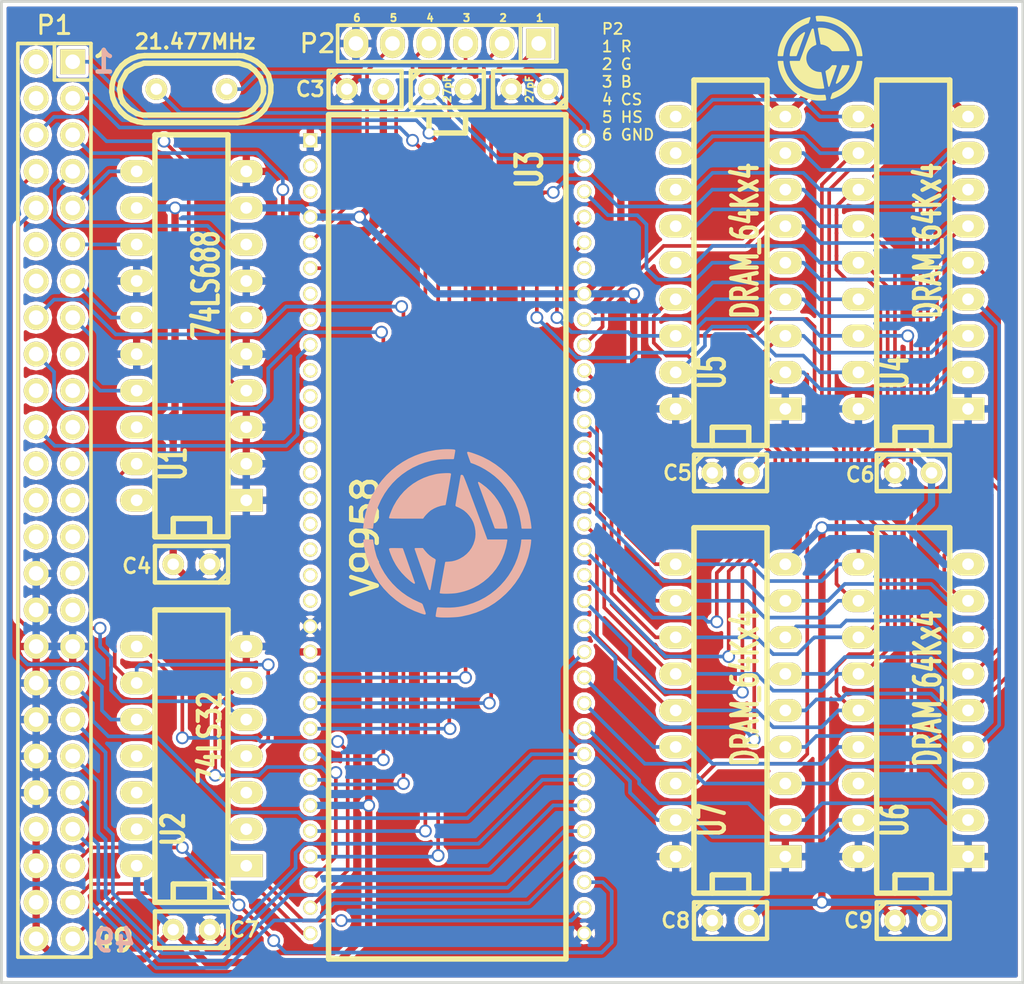
<source format=kicad_pcb>
(kicad_pcb (version 4) (host pcbnew "(2014-08-04 BZR 5053)-product")
  (layers (0 F.Cu signal) (31 B.Cu signal) (34 B.Paste user) (35 F.Paste user) (36 B.SilkS user) (37 F.SilkS user) (38 B.Mask user) (39 F.Mask user) (44 Edge.Cuts user))
  (net 0 "")
  (net 1 "Net-(C1-Pad1)")
  (net 2 GND)
  (net 3 "Net-(C2-Pad1)")
  (net 4 VCC)
  (net 5 /A0)
  (net 6 "Net-(P1-Pad2)")
  (net 7 /A1)
  (net 8 "Net-(P1-Pad4)")
  (net 9 /A2)
  (net 10 /IORQ)
  (net 11 /A3)
  (net 12 /WR)
  (net 13 /A4)
  (net 14 /RD)
  (net 15 /A5)
  (net 16 "Net-(P1-Pad12)")
  (net 17 /A6)
  (net 18 "Net-(P1-Pad14)")
  (net 19 /A7)
  (net 20 /WAIT)
  (net 21 "Net-(P1-Pad17)")
  (net 22 /INT)
  (net 23 "Net-(P1-Pad19)")
  (net 24 "Net-(P1-Pad20)")
  (net 25 "Net-(P1-Pad21)")
  (net 26 /RESET)
  (net 27 "Net-(P1-Pad23)")
  (net 28 "Net-(P1-Pad24)")
  (net 29 "Net-(P1-Pad25)")
  (net 30 "Net-(P1-Pad26)")
  (net 31 "Net-(P1-Pad27)")
  (net 32 "Net-(P1-Pad28)")
  (net 33 "Net-(P1-Pad29)")
  (net 34 "Net-(P1-Pad31)")
  (net 35 /CD0)
  (net 36 /CD1)
  (net 37 /CD2)
  (net 38 /CD3)
  (net 39 /CD4)
  (net 40 /CD5)
  (net 41 /CD6)
  (net 42 /CD7)
  (net 43 /RED)
  (net 44 /GREEN)
  (net 45 /BLUE)
  (net 46 /CSYNC)
  (net 47 /HSYNC)
  (net 48 /VDPCS)
  (net 49 /CSR)
  (net 50 /CSW)
  (net 51 "Net-(U3-Pad2)")
  (net 52 "Net-(U3-Pad3)")
  (net 53 "Net-(U3-Pad7)")
  (net 54 "Net-(U3-Pad8)")
  (net 55 "Net-(U3-Pad10)")
  (net 56 "Net-(U3-Pad11)")
  (net 57 "Net-(U3-Pad12)")
  (net 58 "Net-(U3-Pad13)")
  (net 59 "Net-(U3-Pad14)")
  (net 60 "Net-(U3-Pad15)")
  (net 61 "Net-(U3-Pad16)")
  (net 62 "Net-(U3-Pad17)")
  (net 63 "Net-(U3-Pad18)")
  (net 64 "Net-(U3-Pad19)")
  (net 65 /RD0)
  (net 66 /RD1)
  (net 67 /RD2)
  (net 68 /RD3)
  (net 69 /RD4)
  (net 70 /RD5)
  (net 71 /RD6)
  (net 72 /RD7)
  (net 73 /AD0)
  (net 74 /AD1)
  (net 75 /AD2)
  (net 76 /AD3)
  (net 77 /AD4)
  (net 78 /AD5)
  (net 79 /AD6)
  (net 80 /AD7)
  (net 81 /WE)
  (net 82 "Net-(U3-Pad59)")
  (net 83 /CAS1)
  (net 84 /CAS0)
  (net 85 /RAS)
  (module Socket_Strips:Socket_Strip_Straight_2x25 (layer F.Cu) (at 132.08 125.095 90)
    (fp_text reference P1 (at 33.02 0 180) (layer F.SilkS) (effects (font (size 1.27 1.27) (thickness 0.2032))))
    (fp_text value CONN_25X2 hide)
    (pad 1 thru_hole rect (at 30.48 1.27 270) (size 1.7272 1.7272) (drill 1.016) (layers *.Cu *.Mask F.SilkS) (net 5 /A0))
    (pad 2 thru_hole oval (at 30.48 -1.27 270) (size 1.7272 1.7272) (drill 1.016) (layers *.Cu *.Mask F.SilkS) (net 6 "Net-(P1-Pad2)"))
    (pad 3 thru_hole oval (at 27.94 1.27 270) (size 1.7272 1.7272) (drill 1.016) (layers *.Cu *.Mask F.SilkS) (net 7 /A1))
    (pad 4 thru_hole oval (at 27.94 -1.27 270) (size 1.7272 1.7272) (drill 1.016) (layers *.Cu *.Mask F.SilkS) (net 8 "Net-(P1-Pad4)"))
    (pad 5 thru_hole oval (at 25.4 1.27 270) (size 1.7272 1.7272) (drill 1.016) (layers *.Cu *.Mask F.SilkS) (net 9 /A2))
    (pad 6 thru_hole oval (at 25.4 -1.27 270) (size 1.7272 1.7272) (drill 1.016) (layers *.Cu *.Mask F.SilkS) (net 10 /IORQ))
    (pad 7 thru_hole oval (at 22.86 1.27 270) (size 1.7272 1.7272) (drill 1.016) (layers *.Cu *.Mask F.SilkS) (net 11 /A3))
    (pad 8 thru_hole oval (at 22.86 -1.27 270) (size 1.7272 1.7272) (drill 1.016) (layers *.Cu *.Mask F.SilkS) (net 12 /WR))
    (pad 9 thru_hole oval (at 20.32 1.27 270) (size 1.7272 1.7272) (drill 1.016) (layers *.Cu *.Mask F.SilkS) (net 13 /A4))
    (pad 10 thru_hole oval (at 20.32 -1.27 270) (size 1.7272 1.7272) (drill 1.016) (layers *.Cu *.Mask F.SilkS) (net 14 /RD))
    (pad 11 thru_hole oval (at 17.78 1.27 270) (size 1.7272 1.7272) (drill 1.016) (layers *.Cu *.Mask F.SilkS) (net 15 /A5))
    (pad 12 thru_hole oval (at 17.78 -1.27 270) (size 1.7272 1.7272) (drill 1.016) (layers *.Cu *.Mask F.SilkS) (net 16 "Net-(P1-Pad12)"))
    (pad 13 thru_hole oval (at 15.24 1.27 270) (size 1.7272 1.7272) (drill 1.016) (layers *.Cu *.Mask F.SilkS) (net 17 /A6))
    (pad 14 thru_hole oval (at 15.24 -1.27 270) (size 1.7272 1.7272) (drill 1.016) (layers *.Cu *.Mask F.SilkS) (net 18 "Net-(P1-Pad14)"))
    (pad 15 thru_hole oval (at 12.7 1.27 270) (size 1.7272 1.7272) (drill 1.016) (layers *.Cu *.Mask F.SilkS) (net 19 /A7))
    (pad 16 thru_hole oval (at 12.7 -1.27 270) (size 1.7272 1.7272) (drill 1.016) (layers *.Cu *.Mask F.SilkS) (net 20 /WAIT))
    (pad 17 thru_hole oval (at 10.16 1.27 270) (size 1.7272 1.7272) (drill 1.016) (layers *.Cu *.Mask F.SilkS) (net 21 "Net-(P1-Pad17)"))
    (pad 18 thru_hole oval (at 10.16 -1.27 270) (size 1.7272 1.7272) (drill 1.016) (layers *.Cu *.Mask F.SilkS) (net 22 /INT))
    (pad 19 thru_hole oval (at 7.62 1.27 270) (size 1.7272 1.7272) (drill 1.016) (layers *.Cu *.Mask F.SilkS) (net 23 "Net-(P1-Pad19)"))
    (pad 20 thru_hole oval (at 7.62 -1.27 270) (size 1.7272 1.7272) (drill 1.016) (layers *.Cu *.Mask F.SilkS) (net 24 "Net-(P1-Pad20)"))
    (pad 21 thru_hole oval (at 5.08 1.27 270) (size 1.7272 1.7272) (drill 1.016) (layers *.Cu *.Mask F.SilkS) (net 25 "Net-(P1-Pad21)"))
    (pad 22 thru_hole oval (at 5.08 -1.27 270) (size 1.7272 1.7272) (drill 1.016) (layers *.Cu *.Mask F.SilkS) (net 26 /RESET))
    (pad 23 thru_hole oval (at 2.54 1.27 270) (size 1.7272 1.7272) (drill 1.016) (layers *.Cu *.Mask F.SilkS) (net 27 "Net-(P1-Pad23)"))
    (pad 24 thru_hole oval (at 2.54 -1.27 270) (size 1.7272 1.7272) (drill 1.016) (layers *.Cu *.Mask F.SilkS) (net 28 "Net-(P1-Pad24)"))
    (pad 25 thru_hole oval (at 0 1.27 270) (size 1.7272 1.7272) (drill 1.016) (layers *.Cu *.Mask F.SilkS) (net 29 "Net-(P1-Pad25)"))
    (pad 26 thru_hole oval (at 0 -1.27 270) (size 1.7272 1.7272) (drill 1.016) (layers *.Cu *.Mask F.SilkS) (net 30 "Net-(P1-Pad26)"))
    (pad 27 thru_hole oval (at -2.54 1.27 270) (size 1.7272 1.7272) (drill 1.016) (layers *.Cu *.Mask F.SilkS) (net 31 "Net-(P1-Pad27)"))
    (pad 28 thru_hole oval (at -2.54 -1.27 270) (size 1.7272 1.7272) (drill 1.016) (layers *.Cu *.Mask F.SilkS) (net 32 "Net-(P1-Pad28)"))
    (pad 29 thru_hole oval (at -5.08 1.27 270) (size 1.7272 1.7272) (drill 1.016) (layers *.Cu *.Mask F.SilkS) (net 33 "Net-(P1-Pad29)"))
    (pad 30 thru_hole oval (at -5.08 -1.27 270) (size 1.7272 1.7272) (drill 1.016) (layers *.Cu *.Mask F.SilkS) (net 2 GND))
    (pad 31 thru_hole oval (at -7.62 1.27 270) (size 1.7272 1.7272) (drill 1.016) (layers *.Cu *.Mask F.SilkS) (net 34 "Net-(P1-Pad31)"))
    (pad 32 thru_hole oval (at -7.62 -1.27 270) (size 1.7272 1.7272) (drill 1.016) (layers *.Cu *.Mask F.SilkS) (net 2 GND))
    (pad 33 thru_hole oval (at -10.16 1.27 270) (size 1.7272 1.7272) (drill 1.016) (layers *.Cu *.Mask F.SilkS) (net 2 GND))
    (pad 34 thru_hole oval (at -10.16 -1.27 270) (size 1.7272 1.7272) (drill 1.016) (layers *.Cu *.Mask F.SilkS) (net 2 GND))
    (pad 35 thru_hole oval (at -12.7 1.27 270) (size 1.7272 1.7272) (drill 1.016) (layers *.Cu *.Mask F.SilkS) (net 35 /CD0))
    (pad 36 thru_hole oval (at -12.7 -1.27 270) (size 1.7272 1.7272) (drill 1.016) (layers *.Cu *.Mask F.SilkS) (net 2 GND))
    (pad 37 thru_hole oval (at -15.24 1.27 270) (size 1.7272 1.7272) (drill 1.016) (layers *.Cu *.Mask F.SilkS) (net 36 /CD1))
    (pad 38 thru_hole oval (at -15.24 -1.27 270) (size 1.7272 1.7272) (drill 1.016) (layers *.Cu *.Mask F.SilkS) (net 2 GND))
    (pad 39 thru_hole oval (at -17.78 1.27 270) (size 1.7272 1.7272) (drill 1.016) (layers *.Cu *.Mask F.SilkS) (net 37 /CD2))
    (pad 40 thru_hole oval (at -17.78 -1.27 270) (size 1.7272 1.7272) (drill 1.016) (layers *.Cu *.Mask F.SilkS) (net 2 GND))
    (pad 41 thru_hole oval (at -20.32 1.27 270) (size 1.7272 1.7272) (drill 1.016) (layers *.Cu *.Mask F.SilkS) (net 38 /CD3))
    (pad 42 thru_hole oval (at -20.32 -1.27 270) (size 1.7272 1.7272) (drill 1.016) (layers *.Cu *.Mask F.SilkS) (net 2 GND))
    (pad 43 thru_hole oval (at -22.86 1.27 270) (size 1.7272 1.7272) (drill 1.016) (layers *.Cu *.Mask F.SilkS) (net 39 /CD4))
    (pad 44 thru_hole oval (at -22.86 -1.27 270) (size 1.7272 1.7272) (drill 1.016) (layers *.Cu *.Mask F.SilkS) (net 4 VCC))
    (pad 45 thru_hole oval (at -25.4 1.27 270) (size 1.7272 1.7272) (drill 1.016) (layers *.Cu *.Mask F.SilkS) (net 40 /CD5))
    (pad 46 thru_hole oval (at -25.4 -1.27 270) (size 1.7272 1.7272) (drill 1.016) (layers *.Cu *.Mask F.SilkS) (net 4 VCC))
    (pad 47 thru_hole oval (at -27.94 1.27 270) (size 1.7272 1.7272) (drill 1.016) (layers *.Cu *.Mask F.SilkS) (net 41 /CD6))
    (pad 48 thru_hole oval (at -27.94 -1.27 270) (size 1.7272 1.7272) (drill 1.016) (layers *.Cu *.Mask F.SilkS) (net 4 VCC))
    (pad 49 thru_hole oval (at -30.48 1.27 270) (size 1.7272 1.7272) (drill 1.016) (layers *.Cu *.Mask F.SilkS) (net 42 /CD7))
    (pad 50 thru_hole oval (at -30.48 -1.27 270) (size 1.7272 1.7272) (drill 1.016) (layers *.Cu *.Mask F.SilkS) (net 4 VCC))
  )
  (module Capacitors_ThroughHole:Capacitor3MMDiscRM2.5 (layer F.Cu) (at 159.385 96.52)
    (fp_text reference 27pF (at 0 0 90) (layer F.SilkS) (effects (font (size 0.508 0.508) (thickness 0.127))))
    (fp_text value 27pf hide)
    (pad 1 thru_hole circle (at -1.27 0) (size 1.50114 1.50114) (drill 0.8001) (layers *.Cu *.Mask F.SilkS) (net 1 "Net-(C1-Pad1)"))
    (pad 2 thru_hole circle (at 1.27 0) (size 1.50114 1.50114) (drill 0.8001) (layers *.Cu *.Mask F.SilkS) (net 2 GND))
  )
  (module Capacitors_ThroughHole:Capacitor3MMDiscRM2.5 (layer F.Cu) (at 165.1 96.52 180)
    (fp_text reference 27pF (at 0 0 270) (layer F.SilkS) (effects (font (size 0.508 0.508) (thickness 0.127))))
    (fp_text value 27pf hide)
    (pad 1 thru_hole circle (at -1.27 0 180) (size 1.50114 1.50114) (drill 0.8001) (layers *.Cu *.Mask F.SilkS) (net 3 "Net-(C2-Pad1)"))
    (pad 2 thru_hole circle (at 1.27 0 180) (size 1.50114 1.50114) (drill 0.8001) (layers *.Cu *.Mask F.SilkS) (net 2 GND))
  )
  (module Capacitors_ThroughHole:Capacitor3MMDiscRM2.5 (layer F.Cu) (at 153.67 96.52)
    (fp_text reference C3 (at -3.81 0 180) (layer F.SilkS) (effects (font (size 1.016 1.016) (thickness 0.2032))))
    (fp_text value C hide)
    (pad 1 thru_hole circle (at -1.27 0) (size 1.50114 1.50114) (drill 0.8001) (layers *.Cu *.Mask F.SilkS) (net 2 GND))
    (pad 2 thru_hole circle (at 1.27 0) (size 1.50114 1.50114) (drill 0.8001) (layers *.Cu *.Mask F.SilkS) (net 4 VCC))
  )
  (module Capacitors_ThroughHole:Capacitor3MMDiscRM2.5 (layer F.Cu) (at 141.605 129.54 180)
    (fp_text reference C4 (at 3.81 -0.127 180) (layer F.SilkS) (effects (font (size 1.016 1.016) (thickness 0.2032))))
    (fp_text value C hide)
    (pad 1 thru_hole circle (at -1.27 0 180) (size 1.50114 1.50114) (drill 0.8001) (layers *.Cu *.Mask F.SilkS) (net 2 GND))
    (pad 2 thru_hole circle (at 1.27 0 180) (size 1.50114 1.50114) (drill 0.8001) (layers *.Cu *.Mask F.SilkS) (net 4 VCC))
  )
  (module Capacitors_ThroughHole:Capacitor3MMDiscRM2.5 (layer F.Cu) (at 179.07 123.19)
    (fp_text reference C5 (at -3.683 0) (layer F.SilkS) (effects (font (size 1.016 1.016) (thickness 0.2032))))
    (fp_text value C hide)
    (pad 1 thru_hole circle (at -1.27 0) (size 1.50114 1.50114) (drill 0.8001) (layers *.Cu *.Mask F.SilkS) (net 2 GND))
    (pad 2 thru_hole circle (at 1.27 0) (size 1.50114 1.50114) (drill 0.8001) (layers *.Cu *.Mask F.SilkS) (net 4 VCC))
  )
  (module Capacitors_ThroughHole:Capacitor3MMDiscRM2.5 (layer F.Cu) (at 191.77 123.19)
    (fp_text reference C6 (at -3.683 0.127) (layer F.SilkS) (effects (font (size 1.016 1.016) (thickness 0.2032))))
    (fp_text value C hide)
    (pad 1 thru_hole circle (at -1.27 0) (size 1.50114 1.50114) (drill 0.8001) (layers *.Cu *.Mask F.SilkS) (net 2 GND))
    (pad 2 thru_hole circle (at 1.27 0) (size 1.50114 1.50114) (drill 0.8001) (layers *.Cu *.Mask F.SilkS) (net 4 VCC))
  )
  (module Capacitors_ThroughHole:Capacitor3MMDiscRM2.5 (layer F.Cu) (at 141.605 154.94 180)
    (fp_text reference C7 (at -3.683 0 180) (layer F.SilkS) (effects (font (size 1.016 1.016) (thickness 0.2032))))
    (fp_text value C hide)
    (pad 1 thru_hole circle (at -1.27 0 180) (size 1.50114 1.50114) (drill 0.8001) (layers *.Cu *.Mask F.SilkS) (net 2 GND))
    (pad 2 thru_hole circle (at 1.27 0 180) (size 1.50114 1.50114) (drill 0.8001) (layers *.Cu *.Mask F.SilkS) (net 4 VCC))
  )
  (module Capacitors_ThroughHole:Capacitor3MMDiscRM2.5 (layer F.Cu) (at 179.07 154.305)
    (fp_text reference C8 (at -3.81 0) (layer F.SilkS) (effects (font (size 1.016 1.016) (thickness 0.2032))))
    (fp_text value C hide)
    (pad 1 thru_hole circle (at -1.27 0) (size 1.50114 1.50114) (drill 0.8001) (layers *.Cu *.Mask F.SilkS) (net 2 GND))
    (pad 2 thru_hole circle (at 1.27 0) (size 1.50114 1.50114) (drill 0.8001) (layers *.Cu *.Mask F.SilkS) (net 4 VCC))
  )
  (module Capacitors_ThroughHole:Capacitor3MMDiscRM2.5 (layer F.Cu) (at 191.77 154.305)
    (fp_text reference C9 (at -3.81 0) (layer F.SilkS) (effects (font (size 1.016 1.016) (thickness 0.2032))))
    (fp_text value C hide)
    (pad 1 thru_hole circle (at -1.27 0) (size 1.50114 1.50114) (drill 0.8001) (layers *.Cu *.Mask F.SilkS) (net 2 GND))
    (pad 2 thru_hole circle (at 1.27 0) (size 1.50114 1.50114) (drill 0.8001) (layers *.Cu *.Mask F.SilkS) (net 4 VCC))
  )
  (module Socket_Strips:Socket_Strip_Straight_1x06 (layer F.Cu) (at 159.385 93.345)
    (fp_text reference P2 (at -9.017 0 180) (layer F.SilkS) (effects (font (size 1.27 1.27) (thickness 0.2032))))
    (fp_text value CONN_6 hide)
    (pad 1 thru_hole rect (at 6.35 0 180) (size 1.7272 2.032) (drill 1.016) (layers *.Cu *.Mask F.SilkS) (net 43 /RED))
    (pad 2 thru_hole oval (at 3.81 0 180) (size 1.7272 2.032) (drill 1.016) (layers *.Cu *.Mask F.SilkS) (net 44 /GREEN))
    (pad 3 thru_hole oval (at 1.27 0 180) (size 1.7272 2.032) (drill 1.016) (layers *.Cu *.Mask F.SilkS) (net 45 /BLUE))
    (pad 4 thru_hole oval (at -1.27 0 180) (size 1.7272 2.032) (drill 1.016) (layers *.Cu *.Mask F.SilkS) (net 46 /CSYNC))
    (pad 5 thru_hole oval (at -3.81 0 180) (size 1.7272 2.032) (drill 1.016) (layers *.Cu *.Mask F.SilkS) (net 47 /HSYNC))
    (pad 6 thru_hole oval (at -6.35 0 180) (size 1.7272 2.032) (drill 1.016) (layers *.Cu *.Mask F.SilkS) (net 2 GND))
  )
  (module Sockets_DIP:DIP-20__300_ELL (layer F.Cu) (at 141.605 113.665 90)
    (fp_text reference U1 (at -8.89 -1.27 90) (layer F.SilkS) (effects (font (size 1.778 1.143) (thickness 0.3048))))
    (fp_text value 74LS688 (at 3.556 1.016 90) (layer F.SilkS) (effects (font (size 1.778 1.143) (thickness 0.3048))))
    (pad 1 thru_hole rect (at -11.43 3.81 90) (size 1.5748 2.286) (drill 0.8128) (layers *.Cu *.Mask F.SilkS) (net 2 GND))
    (pad 2 thru_hole oval (at -8.89 3.81 90) (size 1.5748 2.286) (drill 0.8128) (layers *.Cu *.Mask F.SilkS) (net 2 GND))
    (pad 3 thru_hole oval (at -6.35 3.81 90) (size 1.5748 2.286) (drill 0.8128) (layers *.Cu *.Mask F.SilkS) (net 2 GND))
    (pad 4 thru_hole oval (at -3.81 3.81 90) (size 1.5748 2.286) (drill 0.8128) (layers *.Cu *.Mask F.SilkS) (net 10 /IORQ))
    (pad 5 thru_hole oval (at -1.27 3.81 90) (size 1.5748 2.286) (drill 0.8128) (layers *.Cu *.Mask F.SilkS) (net 2 GND))
    (pad 6 thru_hole oval (at 1.27 3.81 90) (size 1.5748 2.286) (drill 0.8128) (layers *.Cu *.Mask F.SilkS) (net 9 /A2))
    (pad 7 thru_hole oval (at 3.81 3.81 90) (size 1.5748 2.286) (drill 0.8128) (layers *.Cu *.Mask F.SilkS) (net 2 GND))
    (pad 8 thru_hole oval (at 6.35 3.81 90) (size 1.5748 2.286) (drill 0.8128) (layers *.Cu *.Mask F.SilkS) (net 11 /A3))
    (pad 9 thru_hole oval (at 8.89 3.81 90) (size 1.5748 2.286) (drill 0.8128) (layers *.Cu *.Mask F.SilkS) (net 4 VCC))
    (pad 10 thru_hole oval (at 11.43 3.81 90) (size 1.5748 2.286) (drill 0.8128) (layers *.Cu *.Mask F.SilkS) (net 2 GND))
    (pad 11 thru_hole oval (at 11.43 -3.81 90) (size 1.5748 2.286) (drill 0.8128) (layers *.Cu *.Mask F.SilkS) (net 13 /A4))
    (pad 12 thru_hole oval (at 8.89 -3.81 90) (size 1.5748 2.286) (drill 0.8128) (layers *.Cu *.Mask F.SilkS) (net 4 VCC))
    (pad 13 thru_hole oval (at 6.35 -3.81 90) (size 1.5748 2.286) (drill 0.8128) (layers *.Cu *.Mask F.SilkS) (net 15 /A5))
    (pad 14 thru_hole oval (at 3.81 -3.81 90) (size 1.5748 2.286) (drill 0.8128) (layers *.Cu *.Mask F.SilkS) (net 2 GND))
    (pad 15 thru_hole oval (at 1.27 -3.81 90) (size 1.5748 2.286) (drill 0.8128) (layers *.Cu *.Mask F.SilkS) (net 17 /A6))
    (pad 16 thru_hole oval (at -1.27 -3.81 90) (size 1.5748 2.286) (drill 0.8128) (layers *.Cu *.Mask F.SilkS) (net 2 GND))
    (pad 17 thru_hole oval (at -3.81 -3.81 90) (size 1.5748 2.286) (drill 0.8128) (layers *.Cu *.Mask F.SilkS) (net 19 /A7))
    (pad 18 thru_hole oval (at -6.35 -3.81 90) (size 1.5748 2.286) (drill 0.8128) (layers *.Cu *.Mask F.SilkS) (net 4 VCC))
    (pad 19 thru_hole oval (at -8.89 -3.81 90) (size 1.5748 2.286) (drill 0.8128) (layers *.Cu *.Mask F.SilkS) (net 48 /VDPCS))
    (pad 20 thru_hole oval (at -11.43 -3.81 90) (size 1.5748 2.286) (drill 0.8128) (layers *.Cu *.Mask F.SilkS) (net 4 VCC))
  )
  (module Sockets_DIP:DIP-14__300_ELL (layer F.Cu) (at 141.605 142.875 90)
    (fp_text reference U2 (at -5.08 -1.27 90) (layer F.SilkS) (effects (font (size 1.524 1.143) (thickness 0.3048))))
    (fp_text value 74LS32 (at 1.27 1.27 90) (layer F.SilkS) (effects (font (size 1.524 1.143) (thickness 0.3048))))
    (pad 1 thru_hole rect (at -7.62 3.81 90) (size 1.5748 2.286) (drill 0.8128) (layers *.Cu *.Mask F.SilkS))
    (pad 2 thru_hole oval (at -5.08 3.81 90) (size 1.5748 2.286) (drill 0.8128) (layers *.Cu *.Mask F.SilkS))
    (pad 3 thru_hole oval (at -2.54 3.81 90) (size 1.5748 2.286) (drill 0.8128) (layers *.Cu *.Mask F.SilkS))
    (pad 4 thru_hole oval (at 0 3.81 90) (size 1.5748 2.286) (drill 0.8128) (layers *.Cu *.Mask F.SilkS) (net 48 /VDPCS))
    (pad 5 thru_hole oval (at 2.54 3.81 90) (size 1.5748 2.286) (drill 0.8128) (layers *.Cu *.Mask F.SilkS) (net 12 /WR))
    (pad 6 thru_hole oval (at 5.08 3.81 90) (size 1.5748 2.286) (drill 0.8128) (layers *.Cu *.Mask F.SilkS) (net 50 /CSW))
    (pad 7 thru_hole oval (at 7.62 3.81 90) (size 1.5748 2.286) (drill 0.8128) (layers *.Cu *.Mask F.SilkS) (net 2 GND))
    (pad 8 thru_hole oval (at 7.62 -3.81 90) (size 1.5748 2.286) (drill 0.8128) (layers *.Cu *.Mask F.SilkS) (net 49 /CSR))
    (pad 9 thru_hole oval (at 5.08 -3.81 90) (size 1.5748 2.286) (drill 0.8128) (layers *.Cu *.Mask F.SilkS) (net 48 /VDPCS))
    (pad 10 thru_hole oval (at 2.54 -3.81 90) (size 1.5748 2.286) (drill 0.8128) (layers *.Cu *.Mask F.SilkS) (net 14 /RD))
    (pad 11 thru_hole oval (at 0 -3.81 90) (size 1.5748 2.286) (drill 0.8128) (layers *.Cu *.Mask F.SilkS))
    (pad 12 thru_hole oval (at -2.54 -3.81 90) (size 1.5748 2.286) (drill 0.8128) (layers *.Cu *.Mask F.SilkS))
    (pad 13 thru_hole oval (at -5.08 -3.81 90) (size 1.5748 2.286) (drill 0.8128) (layers *.Cu *.Mask F.SilkS))
    (pad 14 thru_hole oval (at -7.62 -3.81 90) (size 1.5748 2.286) (drill 0.8128) (layers *.Cu *.Mask F.SilkS) (net 4 VCC))
  )
  (module Own:DIP64-70mil-900_ELL (layer F.Cu) (at 159.385 127.635 270)
    (fp_text reference U3 (at -25.53 -5.71 270) (layer F.SilkS) (effects (font (size 1.778 1.27) (thickness 0.3048))))
    (fp_text value V9958 (at 0 5.71 270) (layer F.SilkS) (effects (font (size 1.778 1.778) (thickness 0.3048))))
    (pad 1 thru_hole rect (at -27.56 9.52 270) (size 0.9979 0.9979) (drill 0.7112) (layers *.Cu *.Mask F.SilkS) (net 2 GND))
    (pad 2 thru_hole circle (at -25.78 9.52 270) (size 0.9979 0.9979) (drill 0.7112) (layers *.Cu *.Mask F.SilkS) (net 51 "Net-(U3-Pad2)"))
    (pad 3 thru_hole circle (at -24 9.52 270) (size 0.9979 0.9979) (drill 0.7112) (layers *.Cu *.Mask F.SilkS) (net 52 "Net-(U3-Pad3)"))
    (pad 4 thru_hole circle (at -22.23 9.52 270) (size 0.9979 0.9979) (drill 0.7112) (layers *.Cu *.Mask F.SilkS) (net 4 VCC))
    (pad 5 thru_hole circle (at -20.45 9.52 270) (size 0.9979 0.9979) (drill 0.7112) (layers *.Cu *.Mask F.SilkS) (net 47 /HSYNC))
    (pad 6 thru_hole circle (at -18.67 9.52 270) (size 0.9979 0.9979) (drill 0.7112) (layers *.Cu *.Mask F.SilkS) (net 46 /CSYNC))
    (pad 7 thru_hole circle (at -16.89 9.52 270) (size 0.9979 0.9979) (drill 0.7112) (layers *.Cu *.Mask F.SilkS) (net 53 "Net-(U3-Pad7)"))
    (pad 8 thru_hole circle (at -15.11 9.52 270) (size 0.9979 0.9979) (drill 0.7112) (layers *.Cu *.Mask F.SilkS) (net 54 "Net-(U3-Pad8)"))
    (pad 9 thru_hole circle (at -13.34 9.52 270) (size 0.9979 0.9979) (drill 0.7112) (layers *.Cu *.Mask F.SilkS) (net 26 /RESET))
    (pad 10 thru_hole circle (at -11.56 9.52 270) (size 0.9979 0.9979) (drill 0.7112) (layers *.Cu *.Mask F.SilkS) (net 55 "Net-(U3-Pad10)"))
    (pad 11 thru_hole circle (at -9.78 9.52 270) (size 0.9979 0.9979) (drill 0.7112) (layers *.Cu *.Mask F.SilkS) (net 56 "Net-(U3-Pad11)"))
    (pad 12 thru_hole circle (at -8 9.52 270) (size 0.9979 0.9979) (drill 0.7112) (layers *.Cu *.Mask F.SilkS) (net 57 "Net-(U3-Pad12)"))
    (pad 13 thru_hole circle (at -6.22 9.52 270) (size 0.9979 0.9979) (drill 0.7112) (layers *.Cu *.Mask F.SilkS) (net 58 "Net-(U3-Pad13)"))
    (pad 14 thru_hole circle (at -4.45 9.52 270) (size 0.9979 0.9979) (drill 0.7112) (layers *.Cu *.Mask F.SilkS) (net 59 "Net-(U3-Pad14)"))
    (pad 15 thru_hole circle (at -2.67 9.52 270) (size 0.9979 0.9979) (drill 0.7112) (layers *.Cu *.Mask F.SilkS) (net 60 "Net-(U3-Pad15)"))
    (pad 16 thru_hole circle (at -0.89 9.52 270) (size 0.9979 0.9979) (drill 0.7112) (layers *.Cu *.Mask F.SilkS) (net 61 "Net-(U3-Pad16)"))
    (pad 17 thru_hole circle (at 0.89 9.52 270) (size 0.9979 0.9979) (drill 0.7112) (layers *.Cu *.Mask F.SilkS) (net 62 "Net-(U3-Pad17)"))
    (pad 18 thru_hole circle (at 2.67 9.52 270) (size 0.9979 0.9979) (drill 0.7112) (layers *.Cu *.Mask F.SilkS) (net 63 "Net-(U3-Pad18)"))
    (pad 19 thru_hole circle (at 4.44 9.52 270) (size 0.9979 0.9979) (drill 0.7112) (layers *.Cu *.Mask F.SilkS) (net 64 "Net-(U3-Pad19)"))
    (pad 20 thru_hole circle (at 6.22 9.52 270) (size 0.9979 0.9979) (drill 0.7112) (layers *.Cu *.Mask F.SilkS) (net 2 GND))
    (pad 21 thru_hole circle (at 8 9.52 270) (size 0.9979 0.9979) (drill 0.7112) (layers *.Cu *.Mask F.SilkS) (net 4 VCC))
    (pad 22 thru_hole circle (at 9.78 9.52 270) (size 0.9979 0.9979) (drill 0.7112) (layers *.Cu *.Mask F.SilkS) (net 44 /GREEN))
    (pad 23 thru_hole circle (at 11.56 9.52 270) (size 0.9979 0.9979) (drill 0.7112) (layers *.Cu *.Mask F.SilkS) (net 43 /RED))
    (pad 24 thru_hole circle (at 13.33 9.52 270) (size 0.9979 0.9979) (drill 0.7112) (layers *.Cu *.Mask F.SilkS) (net 45 /BLUE))
    (pad 25 thru_hole circle (at 15.11 9.52 270) (size 0.9979 0.9979) (drill 0.7112) (layers *.Cu *.Mask F.SilkS) (net 22 /INT))
    (pad 26 thru_hole circle (at 16.89 9.52 270) (size 0.9979 0.9979) (drill 0.7112) (layers *.Cu *.Mask F.SilkS) (net 20 /WAIT))
    (pad 27 thru_hole circle (at 18.67 9.52 270) (size 0.9979 0.9979) (drill 0.7112) (layers *.Cu *.Mask F.SilkS) (net 4 VCC))
    (pad 28 thru_hole circle (at 20.45 9.52 270) (size 0.9979 0.9979) (drill 0.7112) (layers *.Cu *.Mask F.SilkS) (net 7 /A1))
    (pad 29 thru_hole circle (at 22.23 9.52 270) (size 0.9979 0.9979) (drill 0.7112) (layers *.Cu *.Mask F.SilkS) (net 5 /A0))
    (pad 30 thru_hole circle (at 24 9.52 270) (size 0.9979 0.9979) (drill 0.7112) (layers *.Cu *.Mask F.SilkS) (net 50 /CSW))
    (pad 31 thru_hole circle (at 25.78 9.52 270) (size 0.9979 0.9979) (drill 0.7112) (layers *.Cu *.Mask F.SilkS) (net 49 /CSR))
    (pad 32 thru_hole circle (at 27.56 9.52 270) (size 0.9979 0.9979) (drill 0.7112) (layers *.Cu *.Mask F.SilkS) (net 42 /CD7))
    (pad 33 thru_hole circle (at 27.56 -9.52 270) (size 0.9979 0.9979) (drill 0.7112) (layers *.Cu *.Mask F.SilkS) (net 2 GND))
    (pad 34 thru_hole circle (at 25.78 -9.52 270) (size 0.9979 0.9979) (drill 0.7112) (layers *.Cu *.Mask F.SilkS) (net 41 /CD6))
    (pad 35 thru_hole circle (at 24 -9.52 270) (size 0.9979 0.9979) (drill 0.7112) (layers *.Cu *.Mask F.SilkS) (net 40 /CD5))
    (pad 36 thru_hole circle (at 22.23 -9.52 270) (size 0.9979 0.9979) (drill 0.7112) (layers *.Cu *.Mask F.SilkS) (net 39 /CD4))
    (pad 37 thru_hole circle (at 20.45 -9.52 270) (size 0.9979 0.9979) (drill 0.7112) (layers *.Cu *.Mask F.SilkS) (net 38 /CD3))
    (pad 38 thru_hole circle (at 18.67 -9.52 270) (size 0.9979 0.9979) (drill 0.7112) (layers *.Cu *.Mask F.SilkS) (net 37 /CD2))
    (pad 39 thru_hole circle (at 16.89 -9.52 270) (size 0.9979 0.9979) (drill 0.7112) (layers *.Cu *.Mask F.SilkS) (net 36 /CD1))
    (pad 40 thru_hole circle (at 15.11 -9.52 270) (size 0.9979 0.9979) (drill 0.7112) (layers *.Cu *.Mask F.SilkS) (net 35 /CD0))
    (pad 41 thru_hole circle (at 13.34 -9.52 270) (size 0.9979 0.9979) (drill 0.7112) (layers *.Cu *.Mask F.SilkS) (net 65 /RD0))
    (pad 42 thru_hole circle (at 11.56 -9.52 270) (size 0.9979 0.9979) (drill 0.7112) (layers *.Cu *.Mask F.SilkS) (net 66 /RD1))
    (pad 43 thru_hole circle (at 9.78 -9.52 270) (size 0.9979 0.9979) (drill 0.7112) (layers *.Cu *.Mask F.SilkS) (net 67 /RD2))
    (pad 44 thru_hole circle (at 8 -9.52 270) (size 0.9979 0.9979) (drill 0.7112) (layers *.Cu *.Mask F.SilkS) (net 68 /RD3))
    (pad 45 thru_hole circle (at 6.22 -9.52 270) (size 0.9979 0.9979) (drill 0.7112) (layers *.Cu *.Mask F.SilkS) (net 69 /RD4))
    (pad 46 thru_hole circle (at 4.45 -9.52 270) (size 0.9979 0.9979) (drill 0.7112) (layers *.Cu *.Mask F.SilkS) (net 70 /RD5))
    (pad 47 thru_hole circle (at 2.67 -9.52 270) (size 0.9979 0.9979) (drill 0.7112) (layers *.Cu *.Mask F.SilkS) (net 71 /RD6))
    (pad 48 thru_hole circle (at 0.89 -9.52 270) (size 0.9979 0.9979) (drill 0.7112) (layers *.Cu *.Mask F.SilkS) (net 72 /RD7))
    (pad 49 thru_hole circle (at -0.89 -9.52 270) (size 0.9979 0.9979) (drill 0.7112) (layers *.Cu *.Mask F.SilkS) (net 73 /AD0))
    (pad 50 thru_hole circle (at -2.67 -9.52 270) (size 0.9979 0.9979) (drill 0.7112) (layers *.Cu *.Mask F.SilkS) (net 74 /AD1))
    (pad 51 thru_hole circle (at -4.44 -9.52 270) (size 0.9979 0.9979) (drill 0.7112) (layers *.Cu *.Mask F.SilkS) (net 75 /AD2))
    (pad 52 thru_hole circle (at -6.22 -9.52 270) (size 0.9979 0.9979) (drill 0.7112) (layers *.Cu *.Mask F.SilkS) (net 76 /AD3))
    (pad 53 thru_hole circle (at -8 -9.52 270) (size 0.9979 0.9979) (drill 0.7112) (layers *.Cu *.Mask F.SilkS) (net 77 /AD4))
    (pad 54 thru_hole circle (at -9.78 -9.52 270) (size 0.9979 0.9979) (drill 0.7112) (layers *.Cu *.Mask F.SilkS) (net 78 /AD5))
    (pad 55 thru_hole circle (at -11.56 -9.52 270) (size 0.9979 0.9979) (drill 0.7112) (layers *.Cu *.Mask F.SilkS) (net 79 /AD6))
    (pad 56 thru_hole circle (at -13.33 -9.52 270) (size 0.9979 0.9979) (drill 0.7112) (layers *.Cu *.Mask F.SilkS) (net 80 /AD7))
    (pad 57 thru_hole circle (at -15.11 -9.52 270) (size 0.9979 0.9979) (drill 0.7112) (layers *.Cu *.Mask F.SilkS) (net 81 /WE))
    (pad 58 thru_hole circle (at -16.89 -9.52 270) (size 0.9979 0.9979) (drill 0.7112) (layers *.Cu *.Mask F.SilkS) (net 4 VCC))
    (pad 59 thru_hole circle (at -18.67 -9.52 270) (size 0.9979 0.9979) (drill 0.7112) (layers *.Cu *.Mask F.SilkS) (net 82 "Net-(U3-Pad59)"))
    (pad 60 thru_hole circle (at -20.45 -9.52 270) (size 0.9979 0.9979) (drill 0.7112) (layers *.Cu *.Mask F.SilkS) (net 83 /CAS1))
    (pad 61 thru_hole circle (at -22.23 -9.52 270) (size 0.9979 0.9979) (drill 0.7112) (layers *.Cu *.Mask F.SilkS) (net 84 /CAS0))
    (pad 62 thru_hole circle (at -24 -9.52 270) (size 0.9979 0.9979) (drill 0.7112) (layers *.Cu *.Mask F.SilkS) (net 85 /RAS))
    (pad 63 thru_hole circle (at -25.78 -9.52 270) (size 0.9979 0.9979) (drill 0.7112) (layers *.Cu *.Mask F.SilkS) (net 1 "Net-(C1-Pad1)"))
    (pad 64 thru_hole circle (at -27.56 -9.52 270) (size 0.9979 0.9979) (drill 0.7112) (layers *.Cu *.Mask F.SilkS) (net 3 "Net-(C2-Pad1)"))
  )
  (module Sockets_DIP:DIP-18__300_ELL (layer F.Cu) (at 191.77 108.585 90)
    (fp_text reference U4 (at -7.62 -1.27 90) (layer F.SilkS) (effects (font (size 1.778 1.143) (thickness 0.3048))))
    (fp_text value DRAM_64Kx4 (at 1.524 1.016 90) (layer F.SilkS) (effects (font (size 1.778 1.143) (thickness 0.3048))))
    (pad 1 thru_hole rect (at -10.16 3.81 90) (size 1.5748 2.286) (drill 0.8128) (layers *.Cu *.Mask F.SilkS) (net 2 GND))
    (pad 2 thru_hole oval (at -7.62 3.81 90) (size 1.5748 2.286) (drill 0.8128) (layers *.Cu *.Mask F.SilkS) (net 69 /RD4))
    (pad 3 thru_hole oval (at -5.08 3.81 90) (size 1.5748 2.286) (drill 0.8128) (layers *.Cu *.Mask F.SilkS) (net 70 /RD5))
    (pad 4 thru_hole oval (at -2.54 3.81 90) (size 1.5748 2.286) (drill 0.8128) (layers *.Cu *.Mask F.SilkS) (net 81 /WE))
    (pad 5 thru_hole oval (at 0 3.81 90) (size 1.5748 2.286) (drill 0.8128) (layers *.Cu *.Mask F.SilkS) (net 85 /RAS))
    (pad 6 thru_hole oval (at 2.54 3.81 90) (size 1.5748 2.286) (drill 0.8128) (layers *.Cu *.Mask F.SilkS) (net 80 /AD7))
    (pad 7 thru_hole oval (at 5.08 3.81 90) (size 1.5748 2.286) (drill 0.8128) (layers *.Cu *.Mask F.SilkS) (net 78 /AD5))
    (pad 8 thru_hole oval (at 7.62 3.81 90) (size 1.5748 2.286) (drill 0.8128) (layers *.Cu *.Mask F.SilkS) (net 77 /AD4))
    (pad 9 thru_hole oval (at 10.16 3.81 90) (size 1.5748 2.286) (drill 0.8128) (layers *.Cu *.Mask F.SilkS) (net 4 VCC))
    (pad 10 thru_hole oval (at 10.16 -3.81 90) (size 1.5748 2.286) (drill 0.8128) (layers *.Cu *.Mask F.SilkS) (net 79 /AD6))
    (pad 11 thru_hole oval (at 7.62 -3.81 90) (size 1.5748 2.286) (drill 0.8128) (layers *.Cu *.Mask F.SilkS) (net 76 /AD3))
    (pad 12 thru_hole oval (at 5.08 -3.81 90) (size 1.5748 2.286) (drill 0.8128) (layers *.Cu *.Mask F.SilkS) (net 75 /AD2))
    (pad 13 thru_hole oval (at 2.54 -3.81 90) (size 1.5748 2.286) (drill 0.8128) (layers *.Cu *.Mask F.SilkS) (net 74 /AD1))
    (pad 14 thru_hole oval (at 0 -3.81 90) (size 1.5748 2.286) (drill 0.8128) (layers *.Cu *.Mask F.SilkS) (net 73 /AD0))
    (pad 15 thru_hole oval (at -2.54 -3.81 90) (size 1.5748 2.286) (drill 0.8128) (layers *.Cu *.Mask F.SilkS) (net 71 /RD6))
    (pad 16 thru_hole oval (at -5.08 -3.81 90) (size 1.5748 2.286) (drill 0.8128) (layers *.Cu *.Mask F.SilkS) (net 84 /CAS0))
    (pad 17 thru_hole oval (at -7.62 -3.81 90) (size 1.5748 2.286) (drill 0.8128) (layers *.Cu *.Mask F.SilkS) (net 72 /RD7))
    (pad 18 thru_hole oval (at -10.16 -3.81 90) (size 1.5748 2.286) (drill 0.8128) (layers *.Cu *.Mask F.SilkS) (net 2 GND))
  )
  (module Sockets_DIP:DIP-18__300_ELL (layer F.Cu) (at 179.07 108.585 90)
    (fp_text reference U5 (at -7.62 -1.27 90) (layer F.SilkS) (effects (font (size 1.778 1.143) (thickness 0.3048))))
    (fp_text value DRAM_64Kx4 (at 1.524 1.016 90) (layer F.SilkS) (effects (font (size 1.778 1.143) (thickness 0.3048))))
    (pad 1 thru_hole rect (at -10.16 3.81 90) (size 1.5748 2.286) (drill 0.8128) (layers *.Cu *.Mask F.SilkS) (net 2 GND))
    (pad 2 thru_hole oval (at -7.62 3.81 90) (size 1.5748 2.286) (drill 0.8128) (layers *.Cu *.Mask F.SilkS) (net 69 /RD4))
    (pad 3 thru_hole oval (at -5.08 3.81 90) (size 1.5748 2.286) (drill 0.8128) (layers *.Cu *.Mask F.SilkS) (net 70 /RD5))
    (pad 4 thru_hole oval (at -2.54 3.81 90) (size 1.5748 2.286) (drill 0.8128) (layers *.Cu *.Mask F.SilkS) (net 81 /WE))
    (pad 5 thru_hole oval (at 0 3.81 90) (size 1.5748 2.286) (drill 0.8128) (layers *.Cu *.Mask F.SilkS) (net 85 /RAS))
    (pad 6 thru_hole oval (at 2.54 3.81 90) (size 1.5748 2.286) (drill 0.8128) (layers *.Cu *.Mask F.SilkS) (net 80 /AD7))
    (pad 7 thru_hole oval (at 5.08 3.81 90) (size 1.5748 2.286) (drill 0.8128) (layers *.Cu *.Mask F.SilkS) (net 78 /AD5))
    (pad 8 thru_hole oval (at 7.62 3.81 90) (size 1.5748 2.286) (drill 0.8128) (layers *.Cu *.Mask F.SilkS) (net 77 /AD4))
    (pad 9 thru_hole oval (at 10.16 3.81 90) (size 1.5748 2.286) (drill 0.8128) (layers *.Cu *.Mask F.SilkS) (net 4 VCC))
    (pad 10 thru_hole oval (at 10.16 -3.81 90) (size 1.5748 2.286) (drill 0.8128) (layers *.Cu *.Mask F.SilkS) (net 79 /AD6))
    (pad 11 thru_hole oval (at 7.62 -3.81 90) (size 1.5748 2.286) (drill 0.8128) (layers *.Cu *.Mask F.SilkS) (net 76 /AD3))
    (pad 12 thru_hole oval (at 5.08 -3.81 90) (size 1.5748 2.286) (drill 0.8128) (layers *.Cu *.Mask F.SilkS) (net 75 /AD2))
    (pad 13 thru_hole oval (at 2.54 -3.81 90) (size 1.5748 2.286) (drill 0.8128) (layers *.Cu *.Mask F.SilkS) (net 74 /AD1))
    (pad 14 thru_hole oval (at 0 -3.81 90) (size 1.5748 2.286) (drill 0.8128) (layers *.Cu *.Mask F.SilkS) (net 73 /AD0))
    (pad 15 thru_hole oval (at -2.54 -3.81 90) (size 1.5748 2.286) (drill 0.8128) (layers *.Cu *.Mask F.SilkS) (net 71 /RD6))
    (pad 16 thru_hole oval (at -5.08 -3.81 90) (size 1.5748 2.286) (drill 0.8128) (layers *.Cu *.Mask F.SilkS) (net 83 /CAS1))
    (pad 17 thru_hole oval (at -7.62 -3.81 90) (size 1.5748 2.286) (drill 0.8128) (layers *.Cu *.Mask F.SilkS) (net 72 /RD7))
    (pad 18 thru_hole oval (at -10.16 -3.81 90) (size 1.5748 2.286) (drill 0.8128) (layers *.Cu *.Mask F.SilkS) (net 2 GND))
  )
  (module Sockets_DIP:DIP-18__300_ELL (layer F.Cu) (at 191.77 139.7 90)
    (fp_text reference U6 (at -7.62 -1.27 90) (layer F.SilkS) (effects (font (size 1.778 1.143) (thickness 0.3048))))
    (fp_text value DRAM_64Kx4 (at 1.524 1.016 90) (layer F.SilkS) (effects (font (size 1.778 1.143) (thickness 0.3048))))
    (pad 1 thru_hole rect (at -10.16 3.81 90) (size 1.5748 2.286) (drill 0.8128) (layers *.Cu *.Mask F.SilkS) (net 2 GND))
    (pad 2 thru_hole oval (at -7.62 3.81 90) (size 1.5748 2.286) (drill 0.8128) (layers *.Cu *.Mask F.SilkS) (net 65 /RD0))
    (pad 3 thru_hole oval (at -5.08 3.81 90) (size 1.5748 2.286) (drill 0.8128) (layers *.Cu *.Mask F.SilkS) (net 66 /RD1))
    (pad 4 thru_hole oval (at -2.54 3.81 90) (size 1.5748 2.286) (drill 0.8128) (layers *.Cu *.Mask F.SilkS) (net 81 /WE))
    (pad 5 thru_hole oval (at 0 3.81 90) (size 1.5748 2.286) (drill 0.8128) (layers *.Cu *.Mask F.SilkS) (net 85 /RAS))
    (pad 6 thru_hole oval (at 2.54 3.81 90) (size 1.5748 2.286) (drill 0.8128) (layers *.Cu *.Mask F.SilkS) (net 80 /AD7))
    (pad 7 thru_hole oval (at 5.08 3.81 90) (size 1.5748 2.286) (drill 0.8128) (layers *.Cu *.Mask F.SilkS) (net 78 /AD5))
    (pad 8 thru_hole oval (at 7.62 3.81 90) (size 1.5748 2.286) (drill 0.8128) (layers *.Cu *.Mask F.SilkS) (net 77 /AD4))
    (pad 9 thru_hole oval (at 10.16 3.81 90) (size 1.5748 2.286) (drill 0.8128) (layers *.Cu *.Mask F.SilkS) (net 4 VCC))
    (pad 10 thru_hole oval (at 10.16 -3.81 90) (size 1.5748 2.286) (drill 0.8128) (layers *.Cu *.Mask F.SilkS) (net 79 /AD6))
    (pad 11 thru_hole oval (at 7.62 -3.81 90) (size 1.5748 2.286) (drill 0.8128) (layers *.Cu *.Mask F.SilkS) (net 76 /AD3))
    (pad 12 thru_hole oval (at 5.08 -3.81 90) (size 1.5748 2.286) (drill 0.8128) (layers *.Cu *.Mask F.SilkS) (net 75 /AD2))
    (pad 13 thru_hole oval (at 2.54 -3.81 90) (size 1.5748 2.286) (drill 0.8128) (layers *.Cu *.Mask F.SilkS) (net 74 /AD1))
    (pad 14 thru_hole oval (at 0 -3.81 90) (size 1.5748 2.286) (drill 0.8128) (layers *.Cu *.Mask F.SilkS) (net 73 /AD0))
    (pad 15 thru_hole oval (at -2.54 -3.81 90) (size 1.5748 2.286) (drill 0.8128) (layers *.Cu *.Mask F.SilkS) (net 67 /RD2))
    (pad 16 thru_hole oval (at -5.08 -3.81 90) (size 1.5748 2.286) (drill 0.8128) (layers *.Cu *.Mask F.SilkS) (net 84 /CAS0))
    (pad 17 thru_hole oval (at -7.62 -3.81 90) (size 1.5748 2.286) (drill 0.8128) (layers *.Cu *.Mask F.SilkS) (net 68 /RD3))
    (pad 18 thru_hole oval (at -10.16 -3.81 90) (size 1.5748 2.286) (drill 0.8128) (layers *.Cu *.Mask F.SilkS) (net 2 GND))
  )
  (module Sockets_DIP:DIP-18__300_ELL (layer F.Cu) (at 179.07 139.7 90)
    (fp_text reference U7 (at -7.62 -1.27 90) (layer F.SilkS) (effects (font (size 1.778 1.143) (thickness 0.3048))))
    (fp_text value DRAM_64Kx4 (at 1.524 1.016 90) (layer F.SilkS) (effects (font (size 1.778 1.143) (thickness 0.3048))))
    (pad 1 thru_hole rect (at -10.16 3.81 90) (size 1.5748 2.286) (drill 0.8128) (layers *.Cu *.Mask F.SilkS) (net 2 GND))
    (pad 2 thru_hole oval (at -7.62 3.81 90) (size 1.5748 2.286) (drill 0.8128) (layers *.Cu *.Mask F.SilkS) (net 65 /RD0))
    (pad 3 thru_hole oval (at -5.08 3.81 90) (size 1.5748 2.286) (drill 0.8128) (layers *.Cu *.Mask F.SilkS) (net 66 /RD1))
    (pad 4 thru_hole oval (at -2.54 3.81 90) (size 1.5748 2.286) (drill 0.8128) (layers *.Cu *.Mask F.SilkS) (net 81 /WE))
    (pad 5 thru_hole oval (at 0 3.81 90) (size 1.5748 2.286) (drill 0.8128) (layers *.Cu *.Mask F.SilkS) (net 85 /RAS))
    (pad 6 thru_hole oval (at 2.54 3.81 90) (size 1.5748 2.286) (drill 0.8128) (layers *.Cu *.Mask F.SilkS) (net 80 /AD7))
    (pad 7 thru_hole oval (at 5.08 3.81 90) (size 1.5748 2.286) (drill 0.8128) (layers *.Cu *.Mask F.SilkS) (net 78 /AD5))
    (pad 8 thru_hole oval (at 7.62 3.81 90) (size 1.5748 2.286) (drill 0.8128) (layers *.Cu *.Mask F.SilkS) (net 77 /AD4))
    (pad 9 thru_hole oval (at 10.16 3.81 90) (size 1.5748 2.286) (drill 0.8128) (layers *.Cu *.Mask F.SilkS) (net 4 VCC))
    (pad 10 thru_hole oval (at 10.16 -3.81 90) (size 1.5748 2.286) (drill 0.8128) (layers *.Cu *.Mask F.SilkS) (net 79 /AD6))
    (pad 11 thru_hole oval (at 7.62 -3.81 90) (size 1.5748 2.286) (drill 0.8128) (layers *.Cu *.Mask F.SilkS) (net 76 /AD3))
    (pad 12 thru_hole oval (at 5.08 -3.81 90) (size 1.5748 2.286) (drill 0.8128) (layers *.Cu *.Mask F.SilkS) (net 75 /AD2))
    (pad 13 thru_hole oval (at 2.54 -3.81 90) (size 1.5748 2.286) (drill 0.8128) (layers *.Cu *.Mask F.SilkS) (net 74 /AD1))
    (pad 14 thru_hole oval (at 0 -3.81 90) (size 1.5748 2.286) (drill 0.8128) (layers *.Cu *.Mask F.SilkS) (net 73 /AD0))
    (pad 15 thru_hole oval (at -2.54 -3.81 90) (size 1.5748 2.286) (drill 0.8128) (layers *.Cu *.Mask F.SilkS) (net 67 /RD2))
    (pad 16 thru_hole oval (at -5.08 -3.81 90) (size 1.5748 2.286) (drill 0.8128) (layers *.Cu *.Mask F.SilkS) (net 83 /CAS1))
    (pad 17 thru_hole oval (at -7.62 -3.81 90) (size 1.5748 2.286) (drill 0.8128) (layers *.Cu *.Mask F.SilkS) (net 68 /RD3))
    (pad 18 thru_hole oval (at -10.16 -3.81 90) (size 1.5748 2.286) (drill 0.8128) (layers *.Cu *.Mask F.SilkS) (net 2 GND))
  )
  (module Crystals:Crystal_HC49-U_Vertical (layer F.Cu) (at 141.605 96.52 180)
    (fp_text reference 21.477MHz (at -0.254 3.302 180) (layer F.SilkS) (effects (font (size 1.016 1.016) (thickness 0.2032))))
    (fp_text value 21.477MHz hide)
    (pad 1 thru_hole circle (at -2.44094 0 180) (size 1.50114 1.50114) (drill 0.8001) (layers *.Cu *.Mask F.SilkS) (net 3 "Net-(C2-Pad1)"))
    (pad 2 thru_hole circle (at 2.44094 0 180) (size 1.50114 1.50114) (drill 0.8001) (layers *.Cu *.Mask F.SilkS) (net 1 "Net-(C1-Pad1)"))
  )
  (module Own:logo_small (layer F.Cu) (at 185.293 94.488)
    (fp_text reference G*** hide)
    (fp_text value LOGO hide)
  )
  (module Own:logo-back (layer B.Cu) (at 159.385 127.635)
    (fp_text reference G*** hide)
    (fp_text value LOGO hide)
  )
  (gr_text 1 (at 135.509 94.615) (layer B.SilkS) (effects (font (size 1.5 1.5) (thickness 0.3)) (justify mirror)))
  (gr_text 49 (at 136.271 155.702) (layer B.SilkS) (effects (font (size 1.5 1.5) (thickness 0.3)) (justify mirror)))
  (gr_text 49 (at 136.144 155.702) (layer F.SilkS) (effects (font (size 1.5 1.5) (thickness 0.3))))
  (gr_text 1 (at 135.509 94.615) (layer F.SilkS) (effects (font (size 1.5 1.5) (thickness 0.3))))
  (gr_text 6 (at 152.781 91.567) (layer F.SilkS) (effects (font (size 0.508 0.508) (thickness 0.127)) (justify left)))
  (gr_text 5 (at 155.321 91.567) (layer F.SilkS) (effects (font (size 0.508 0.508) (thickness 0.127)) (justify left)))
  (gr_text 4 (at 157.861 91.567) (layer F.SilkS) (effects (font (size 0.508 0.508) (thickness 0.127)) (justify left)))
  (gr_text 3 (at 160.401 91.567) (layer F.SilkS) (effects (font (size 0.508 0.508) (thickness 0.127)) (justify left)))
  (gr_text 2 (at 162.941 91.567) (layer F.SilkS) (effects (font (size 0.508 0.508) (thickness 0.127)) (justify left)))
  (gr_text 1 (at 165.481 91.567) (layer F.SilkS) (effects (font (size 0.508 0.508) (thickness 0.127)) (justify left)))
  (gr_text "P2\n1 R\n2 G\n3 B\n4 CS\n5 HS\n6 GND" (at 170.053 96.012) (layer F.SilkS) (effects (font (size 0.762 0.762) (thickness 0.127)) (justify left)))
  (gr_line (start 199.39 158.623) (end 128.397 158.623) (layer Edge.Cuts) (width 0.2))
  (gr_line (start 199.39 90.424) (end 199.39 158.623) (layer Edge.Cuts) (width 0.2))
  (gr_line (start 128.397 90.424) (end 199.39 90.424) (layer Edge.Cuts) (width 0.2))
  (gr_line (start 128.397 158.623) (end 128.397 90.424) (layer Edge.Cuts) (width 0.2))
  (segment (start 156.464 98.171) (end 158.115 96.52) (width 0.254) (layer B.Cu) (net 1))
  (segment (start 139.16406 96.52) (end 140.81506 98.171) (width 0.254) (layer B.Cu) (net 1))
  (segment (start 140.81506 98.171) (end 156.464 98.171) (width 0.254) (layer B.Cu) (net 1))
  (segment (start 162.951051 101.356051) (end 158.115 96.52) (width 0.254) (layer B.Cu) (net 1))
  (segment (start 168.406051 101.356051) (end 162.951051 101.356051) (width 0.254) (layer B.Cu) (net 1))
  (segment (start 168.905 101.855) (end 168.406051 101.356051) (width 0.254) (layer B.Cu) (net 1))
  (segment (start 145.415 120.015) (end 145.7706 120.015) (width 0.254) (layer F.Cu) (net 2))
  (segment (start 145.7706 114.935) (end 145.415 114.935) (width 0.254) (layer F.Cu) (net 2))
  (segment (start 145.415 109.855) (end 145.0594 109.855) (width 0.254) (layer F.Cu) (net 2))
  (segment (start 145.0594 102.235) (end 145.415 102.235) (width 0.254) (layer F.Cu) (net 2))
  (segment (start 145.0594 114.935) (end 145.415 114.935) (width 0.254) (layer F.Cu) (net 2))
  (segment (start 175.6156 118.745) (end 175.26 118.745) (width 0.254) (layer F.Cu) (net 2))
  (segment (start 174.24 149.86) (end 175.26 149.86) (width 0.254) (layer F.Cu) (net 2))
  (segment (start 145.0594 135.255) (end 145.415 135.255) (width 0.254) (layer F.Cu) (net 2))
  (segment (start 146.238977 95.388429) (end 165.238429 95.388429) (width 0.254) (layer B.Cu) (net 3))
  (segment (start 165.238429 95.388429) (end 166.37 96.52) (width 0.254) (layer B.Cu) (net 3))
  (segment (start 145.107406 96.52) (end 146.238977 95.388429) (width 0.254) (layer B.Cu) (net 3))
  (segment (start 144.04594 96.52) (end 145.107406 96.52) (width 0.254) (layer B.Cu) (net 3))
  (segment (start 168.905 99.055) (end 166.37 96.52) (width 0.254) (layer B.Cu) (net 3))
  (segment (start 168.905 100.075) (end 168.905 99.055) (width 0.254) (layer B.Cu) (net 3))
  (segment (start 140.335 154.94) (end 137.795 152.4) (width 0.508) (layer B.Cu) (net 4))
  (segment (start 137.795 152.4) (end 137.795 150.495) (width 0.508) (layer B.Cu) (net 4))
  (segment (start 139.954 129.921) (end 140.335 129.54) (width 0.254) (layer F.Cu) (net 4))
  (segment (start 137.795 125.095) (end 138.1506 125.095) (width 0.254) (layer F.Cu) (net 4))
  (segment (start 138.1506 120.015) (end 137.795 120.015) (width 0.254) (layer F.Cu) (net 4))
  (segment (start 138.1506 104.775) (end 137.795 104.775) (width 0.254) (layer F.Cu) (net 4))
  (segment (start 168.904 110.744) (end 168.905 110.745) (width 0.254) (layer B.Cu) (net 4))
  (segment (start 182.5244 98.425) (end 182.88 98.425) (width 0.254) (layer F.Cu) (net 4))
  (segment (start 168.906 110.744) (end 168.905 110.745) (width 0.254) (layer B.Cu) (net 4))
  (segment (start 181.598571 153.046429) (end 180.34 154.305) (width 0.508) (layer B.Cu) (net 4))
  (segment (start 193.929 129.54) (end 192.63359 128.24459) (width 0.508) (layer B.Cu) (net 4))
  (segment (start 195.58 129.54) (end 193.929 129.54) (width 0.508) (layer B.Cu) (net 4))
  (segment (start 181.598571 121.931429) (end 180.34 123.19) (width 0.508) (layer B.Cu) (net 4))
  (segment (start 191.781429 121.931429) (end 181.598571 121.931429) (width 0.508) (layer B.Cu) (net 4))
  (segment (start 193.04 123.19) (end 191.781429 121.931429) (width 0.508) (layer B.Cu) (net 4))
  (segment (start 154.94 103.759) (end 153.289 105.41) (width 0.508) (layer F.Cu) (net 4))
  (via (at 153.289 105.41) (size 0.889) (drill 0.635) (layers F.Cu B.Cu) (net 4))
  (segment (start 154.94 96.52) (end 154.94 103.759) (width 0.508) (layer F.Cu) (net 4))
  (segment (start 149.87 105.41) (end 149.865 105.405) (width 0.508) (layer B.Cu) (net 4))
  (segment (start 153.289 105.41) (end 149.87 105.41) (width 0.508) (layer B.Cu) (net 4))
  (segment (start 149.235 104.775) (end 149.865 105.405) (width 0.508) (layer B.Cu) (net 4))
  (segment (start 145.415 104.775) (end 149.235 104.775) (width 0.508) (layer B.Cu) (net 4))
  (segment (start 139.446 120.015) (end 140.335 120.904) (width 0.508) (layer F.Cu) (net 4))
  (segment (start 137.795 120.015) (end 139.446 120.015) (width 0.508) (layer F.Cu) (net 4))
  (segment (start 140.299576 125.095) (end 140.335 125.059576) (width 0.508) (layer F.Cu) (net 4))
  (segment (start 137.795 125.095) (end 140.299576 125.095) (width 0.508) (layer F.Cu) (net 4))
  (segment (start 140.335 120.904) (end 140.335 125.059576) (width 0.508) (layer F.Cu) (net 4))
  (segment (start 138.1506 150.495) (end 137.795 150.495) (width 0.508) (layer F.Cu) (net 4))
  (segment (start 130.81 155.575) (end 130.81 153.035) (width 0.508) (layer F.Cu) (net 4))
  (segment (start 130.81 153.035) (end 130.81 150.495) (width 0.508) (layer F.Cu) (net 4))
  (segment (start 130.81 153.035) (end 130.81 147.955) (width 0.508) (layer F.Cu) (net 4))
  (segment (start 131.673599 156.438599) (end 130.81 155.575) (width 0.508) (layer F.Cu) (net 4))
  (segment (start 132.207 156.972) (end 131.673599 156.438599) (width 0.508) (layer F.Cu) (net 4))
  (segment (start 138.303 156.972) (end 132.207 156.972) (width 0.508) (layer F.Cu) (net 4))
  (segment (start 140.335 154.94) (end 138.303 156.972) (width 0.508) (layer F.Cu) (net 4))
  (via (at 153.924 146.304) (size 0.889) (drill 0.635) (layers F.Cu B.Cu) (net 4))
  (segment (start 153.923 146.305) (end 153.924 146.304) (width 0.508) (layer B.Cu) (net 4))
  (segment (start 149.865 146.305) (end 153.923 146.305) (width 0.508) (layer B.Cu) (net 4))
  (segment (start 152.653 135.635) (end 149.865 135.635) (width 0.508) (layer F.Cu) (net 4))
  (segment (start 153.924 136.906) (end 152.653 135.635) (width 0.508) (layer F.Cu) (net 4))
  (segment (start 153.924 146.304) (end 153.924 136.906) (width 0.508) (layer F.Cu) (net 4))
  (segment (start 143.383 132.588) (end 141.085569 130.290569) (width 0.508) (layer F.Cu) (net 4))
  (segment (start 145.796 132.588) (end 143.383 132.588) (width 0.508) (layer F.Cu) (net 4))
  (segment (start 141.085569 130.290569) (end 140.335 129.54) (width 0.508) (layer F.Cu) (net 4))
  (segment (start 148.843 135.635) (end 145.796 132.588) (width 0.508) (layer F.Cu) (net 4))
  (segment (start 149.865 135.635) (end 148.843 135.635) (width 0.508) (layer F.Cu) (net 4))
  (segment (start 140.335 125.130424) (end 140.335 129.54) (width 0.508) (layer F.Cu) (net 4))
  (segment (start 140.299576 125.095) (end 140.335 125.130424) (width 0.508) (layer F.Cu) (net 4))
  (via (at 140.468969 104.775) (size 0.889) (drill 0.635) (layers F.Cu B.Cu) (net 4))
  (segment (start 140.462 104.781969) (end 140.468969 104.775) (width 0.508) (layer F.Cu) (net 4))
  (segment (start 140.462 118.999) (end 140.462 104.781969) (width 0.508) (layer F.Cu) (net 4))
  (segment (start 139.446 120.015) (end 140.462 118.999) (width 0.508) (layer F.Cu) (net 4))
  (segment (start 140.468969 104.775) (end 137.795 104.775) (width 0.508) (layer B.Cu) (net 4))
  (segment (start 145.415 104.775) (end 140.468969 104.775) (width 0.508) (layer B.Cu) (net 4))
  (segment (start 180.721 96.266) (end 182.88 98.425) (width 0.508) (layer F.Cu) (net 4))
  (segment (start 173.99 96.266) (end 180.721 96.266) (width 0.508) (layer F.Cu) (net 4))
  (segment (start 171.45 98.806) (end 173.99 96.266) (width 0.508) (layer F.Cu) (net 4))
  (segment (start 171.45 108.2) (end 171.45 98.806) (width 0.508) (layer F.Cu) (net 4))
  (segment (start 168.905 110.745) (end 171.45 108.2) (width 0.508) (layer F.Cu) (net 4))
  (segment (start 184.912 96.393) (end 182.88 98.425) (width 0.508) (layer F.Cu) (net 4))
  (segment (start 193.548 96.393) (end 184.912 96.393) (width 0.508) (layer F.Cu) (net 4))
  (segment (start 195.58 98.425) (end 193.548 96.393) (width 0.508) (layer F.Cu) (net 4))
  (segment (start 158.624 110.745) (end 153.289 105.41) (width 0.508) (layer B.Cu) (net 4))
  (segment (start 168.905 110.745) (end 158.624 110.745) (width 0.508) (layer B.Cu) (net 4))
  (via (at 172.339 110.744) (size 0.889) (drill 0.635) (layers F.Cu B.Cu) (net 4))
  (segment (start 168.905 110.745) (end 172.338 110.745) (width 0.508) (layer B.Cu) (net 4))
  (segment (start 172.338 110.745) (end 172.339 110.744) (width 0.508) (layer B.Cu) (net 4))
  (segment (start 172.339 111.372617) (end 172.339 110.744) (width 0.508) (layer F.Cu) (net 4))
  (segment (start 172.339 122.555) (end 172.339 111.372617) (width 0.508) (layer F.Cu) (net 4))
  (segment (start 175.006 125.222) (end 172.339 122.555) (width 0.508) (layer F.Cu) (net 4))
  (segment (start 178.308 125.222) (end 175.006 125.222) (width 0.508) (layer F.Cu) (net 4))
  (segment (start 180.34 123.19) (end 178.308 125.222) (width 0.508) (layer F.Cu) (net 4))
  (via (at 185.42 153.035) (size 0.889) (drill 0.635) (layers F.Cu B.Cu) (net 4))
  (segment (start 185.408571 153.046429) (end 185.42 153.035) (width 0.508) (layer B.Cu) (net 4))
  (segment (start 181.598571 153.046429) (end 185.408571 153.046429) (width 0.508) (layer B.Cu) (net 4))
  (segment (start 191.77 153.035) (end 185.42 153.035) (width 0.508) (layer B.Cu) (net 4))
  (segment (start 193.04 154.305) (end 191.77 153.035) (width 0.508) (layer B.Cu) (net 4))
  (segment (start 141.085569 155.690569) (end 140.335 154.94) (width 0.508) (layer F.Cu) (net 4))
  (segment (start 142.621 157.226) (end 141.085569 155.690569) (width 0.508) (layer F.Cu) (net 4))
  (segment (start 151.777702 157.226) (end 142.621 157.226) (width 0.508) (layer F.Cu) (net 4))
  (segment (start 153.924 155.079702) (end 151.777702 157.226) (width 0.508) (layer F.Cu) (net 4))
  (segment (start 153.924 146.304) (end 153.924 155.079702) (width 0.508) (layer F.Cu) (net 4))
  (via (at 185.42 127) (size 0.889) (drill 0.635) (layers F.Cu B.Cu) (net 4))
  (segment (start 185.42 153.035) (end 185.42 127) (width 0.508) (layer F.Cu) (net 4))
  (segment (start 185.801 127) (end 185.42 127) (width 0.508) (layer B.Cu) (net 4))
  (segment (start 191.389 127) (end 185.801 127) (width 0.508) (layer B.Cu) (net 4))
  (segment (start 192.63359 128.24459) (end 191.389 127) (width 0.508) (layer B.Cu) (net 4))
  (segment (start 182.88 129.54) (end 185.42 127) (width 0.508) (layer B.Cu) (net 4))
  (segment (start 193.04 125.349) (end 193.04 123.19) (width 0.508) (layer B.Cu) (net 4))
  (segment (start 191.389 127) (end 193.04 125.349) (width 0.508) (layer B.Cu) (net 4))
  (segment (start 158.559499 100.012499) (end 158.115 99.568) (width 0.254) (layer F.Cu) (net 5))
  (segment (start 158.75 100.203) (end 158.559499 100.012499) (width 0.254) (layer F.Cu) (net 5))
  (segment (start 158.75 149.790471) (end 158.75 100.203) (width 0.254) (layer F.Cu) (net 5))
  (segment (start 157.670501 99.123501) (end 158.115 99.568) (width 0.254) (layer B.Cu) (net 5))
  (segment (start 138.531609 98.679009) (end 157.226009 98.679009) (width 0.254) (layer B.Cu) (net 5))
  (segment (start 134.4676 94.615) (end 138.531609 98.679009) (width 0.254) (layer B.Cu) (net 5))
  (segment (start 157.226009 98.679009) (end 157.670501 99.123501) (width 0.254) (layer B.Cu) (net 5))
  (segment (start 133.35 94.615) (end 134.4676 94.615) (width 0.254) (layer B.Cu) (net 5))
  (via (at 158.115 99.568) (size 0.889) (drill 0.635) (layers F.Cu B.Cu) (net 5))
  (segment (start 149.865 149.865) (end 158.675471 149.865) (width 0.254) (layer B.Cu) (net 5))
  (via (at 158.75 149.790471) (size 0.889) (drill 0.635) (layers F.Cu B.Cu) (net 5))
  (segment (start 158.675471 149.865) (end 158.75 149.790471) (width 0.254) (layer B.Cu) (net 5))
  (segment (start 157.416499 100.520499) (end 156.972 100.076) (width 0.254) (layer F.Cu) (net 7))
  (segment (start 157.861 100.965) (end 157.416499 100.520499) (width 0.254) (layer F.Cu) (net 7))
  (segment (start 156.083018 99.187018) (end 156.527501 99.631501) (width 0.254) (layer B.Cu) (net 7))
  (segment (start 136.603332 99.187018) (end 156.083018 99.187018) (width 0.254) (layer B.Cu) (net 7))
  (segment (start 134.571314 97.155) (end 136.603332 99.187018) (width 0.254) (layer B.Cu) (net 7))
  (segment (start 133.35 97.155) (end 134.571314 97.155) (width 0.254) (layer B.Cu) (net 7))
  (segment (start 157.861 148.082) (end 157.861 100.965) (width 0.254) (layer F.Cu) (net 7))
  (segment (start 156.527501 99.631501) (end 156.972 100.076) (width 0.254) (layer B.Cu) (net 7))
  (via (at 156.972 100.076) (size 0.889) (drill 0.635) (layers F.Cu B.Cu) (net 7))
  (via (at 157.861 148.082) (size 0.889) (drill 0.635) (layers F.Cu B.Cu) (net 7))
  (segment (start 157.858 148.085) (end 157.861 148.082) (width 0.254) (layer B.Cu) (net 7))
  (segment (start 149.865 148.085) (end 157.858 148.085) (width 0.254) (layer B.Cu) (net 7))
  (segment (start 147.955 103.505) (end 147.955 102.767019) (width 0.254) (layer B.Cu) (net 9))
  (segment (start 147.955 102.767019) (end 146.152962 100.964981) (width 0.254) (layer B.Cu) (net 9))
  (segment (start 146.152962 100.964981) (end 134.619981 100.964981) (width 0.254) (layer B.Cu) (net 9))
  (segment (start 134.619981 100.964981) (end 133.35 99.695) (width 0.254) (layer B.Cu) (net 9))
  (segment (start 147.955 104.133617) (end 147.955 103.505) (width 0.254) (layer F.Cu) (net 9))
  (segment (start 145.415 112.395) (end 145.7706 112.395) (width 0.254) (layer F.Cu) (net 9))
  (segment (start 147.955 110.2106) (end 147.955 104.133617) (width 0.254) (layer F.Cu) (net 9))
  (segment (start 145.7706 112.395) (end 147.955 110.2106) (width 0.254) (layer F.Cu) (net 9))
  (via (at 147.955 103.505) (size 0.889) (drill 0.635) (layers F.Cu B.Cu) (net 9))
  (segment (start 145.7706 112.395) (end 145.415 112.395) (width 0.254) (layer B.Cu) (net 9))
  (segment (start 141.414499 113.830099) (end 141.414499 101.853758) (width 0.254) (layer F.Cu) (net 10))
  (via (at 139.700221 100.13948) (size 0.889) (drill 0.635) (layers F.Cu B.Cu) (net 10))
  (segment (start 145.0594 117.475) (end 141.414499 113.830099) (width 0.254) (layer F.Cu) (net 10))
  (segment (start 140.14472 100.583979) (end 139.700221 100.13948) (width 0.254) (layer F.Cu) (net 10))
  (segment (start 141.414499 101.853758) (end 140.14472 100.583979) (width 0.254) (layer F.Cu) (net 10))
  (segment (start 130.81 99.695) (end 132.054601 98.450399) (width 0.254) (layer B.Cu) (net 10))
  (segment (start 132.054601 98.450399) (end 134.010399 98.450399) (width 0.254) (layer B.Cu) (net 10))
  (segment (start 134.010399 98.450399) (end 135.69948 100.13948) (width 0.254) (layer B.Cu) (net 10))
  (segment (start 135.69948 100.13948) (end 139.071604 100.13948) (width 0.254) (layer B.Cu) (net 10))
  (segment (start 139.071604 100.13948) (end 139.700221 100.13948) (width 0.254) (layer B.Cu) (net 10))
  (segment (start 145.415 117.475) (end 145.0594 117.475) (width 0.254) (layer F.Cu) (net 10))
  (segment (start 145.415 107.315) (end 144.018 107.315) (width 0.254) (layer B.Cu) (net 11))
  (segment (start 144.018 107.315) (end 142.722601 106.019601) (width 0.254) (layer B.Cu) (net 11))
  (segment (start 142.722601 106.019601) (end 132.752591 106.019601) (width 0.254) (layer B.Cu) (net 11))
  (segment (start 132.752591 106.019601) (end 132.105399 105.372409) (width 0.254) (layer B.Cu) (net 11))
  (segment (start 132.105399 105.372409) (end 132.105399 103.479601) (width 0.254) (layer B.Cu) (net 11))
  (segment (start 132.105399 103.479601) (end 133.35 102.235) (width 0.254) (layer B.Cu) (net 11))
  (segment (start 145.0594 107.315) (end 145.415 107.315) (width 0.254) (layer B.Cu) (net 11))
  (segment (start 145.415 140.335) (end 145.0594 140.335) (width 0.254) (layer B.Cu) (net 12))
  (segment (start 135.255 135.255) (end 135.255 133.985) (width 0.254) (layer B.Cu) (net 12))
  (segment (start 145.0594 140.335) (end 143.7894 139.065) (width 0.254) (layer B.Cu) (net 12))
  (segment (start 136.779 139.065) (end 136.017 138.303) (width 0.254) (layer B.Cu) (net 12))
  (segment (start 143.7894 139.065) (end 136.779 139.065) (width 0.254) (layer B.Cu) (net 12))
  (segment (start 136.017 138.303) (end 136.017 136.017) (width 0.254) (layer B.Cu) (net 12))
  (segment (start 136.017 136.017) (end 135.255 135.255) (width 0.254) (layer B.Cu) (net 12))
  (via (at 135.255 133.985) (size 0.889) (drill 0.635) (layers F.Cu B.Cu) (net 12))
  (segment (start 129.565399 103.479601) (end 130.81 102.235) (width 0.254) (layer F.Cu) (net 12))
  (segment (start 129.565399 133.312409) (end 129.565399 103.479601) (width 0.254) (layer F.Cu) (net 12))
  (segment (start 130.23799 133.985) (end 129.565399 133.312409) (width 0.254) (layer F.Cu) (net 12))
  (segment (start 135.255 133.985) (end 130.23799 133.985) (width 0.254) (layer F.Cu) (net 12))
  (segment (start 133.35 104.775) (end 135.89 102.235) (width 0.254) (layer B.Cu) (net 13))
  (segment (start 135.89 102.235) (end 137.795 102.235) (width 0.254) (layer B.Cu) (net 13))
  (segment (start 137.73201 140.335) (end 137.60501 140.208) (width 0.254) (layer B.Cu) (net 14))
  (segment (start 137.795 140.335) (end 137.73201 140.335) (width 0.254) (layer B.Cu) (net 14))
  (segment (start 130.81 104.775) (end 129.54 106.045) (width 0.254) (layer B.Cu) (net 14))
  (segment (start 136.017 140.335) (end 137.795 140.335) (width 0.254) (layer B.Cu) (net 14))
  (segment (start 135.382 139.7) (end 136.017 140.335) (width 0.254) (layer B.Cu) (net 14))
  (segment (start 130.212591 136.499601) (end 133.832601 136.499601) (width 0.254) (layer B.Cu) (net 14))
  (segment (start 135.382 138.049) (end 135.382 139.7) (width 0.254) (layer B.Cu) (net 14))
  (segment (start 129.54 135.82701) (end 130.212591 136.499601) (width 0.254) (layer B.Cu) (net 14))
  (segment (start 133.832601 136.499601) (end 135.382 138.049) (width 0.254) (layer B.Cu) (net 14))
  (segment (start 129.54 106.045) (end 129.54 135.82701) (width 0.254) (layer B.Cu) (net 14))
  (segment (start 133.35 107.315) (end 137.795 107.315) (width 0.254) (layer B.Cu) (net 15))
  (segment (start 133.35 109.855) (end 133.477 109.855) (width 0.254) (layer B.Cu) (net 17))
  (segment (start 133.477 109.855) (end 136.017 112.395) (width 0.254) (layer B.Cu) (net 17))
  (segment (start 136.017 112.395) (end 137.16 112.395) (width 0.254) (layer B.Cu) (net 17))
  (segment (start 137.16 112.395) (end 137.795 112.395) (width 0.254) (layer B.Cu) (net 17))
  (segment (start 134.62 113.665) (end 133.35 112.395) (width 0.254) (layer B.Cu) (net 19))
  (segment (start 134.62 116.84) (end 134.62 113.665) (width 0.254) (layer B.Cu) (net 19))
  (segment (start 135.255 117.475) (end 134.62 116.84) (width 0.254) (layer B.Cu) (net 19))
  (segment (start 137.795 117.475) (end 135.255 117.475) (width 0.254) (layer B.Cu) (net 19))
  (segment (start 155.581383 111.633) (end 156.21 111.633) (width 0.254) (layer B.Cu) (net 20))
  (segment (start 146.254571 113.56341) (end 148.184981 111.633) (width 0.254) (layer B.Cu) (net 20))
  (segment (start 136.339976 113.56341) (end 146.254571 113.56341) (width 0.254) (layer B.Cu) (net 20))
  (segment (start 133.926965 111.150399) (end 136.339976 113.56341) (width 0.254) (layer B.Cu) (net 20))
  (segment (start 130.81 112.395) (end 132.054601 111.150399) (width 0.254) (layer B.Cu) (net 20))
  (segment (start 148.184981 111.633) (end 155.581383 111.633) (width 0.254) (layer B.Cu) (net 20))
  (segment (start 132.054601 111.150399) (end 133.926965 111.150399) (width 0.254) (layer B.Cu) (net 20))
  (segment (start 156.273499 144.843501) (end 156.337 144.78) (width 0.254) (layer B.Cu) (net 20))
  (via (at 156.337 144.78) (size 0.889) (drill 0.635) (layers F.Cu B.Cu) (net 20))
  (segment (start 151.241759 144.843501) (end 156.273499 144.843501) (width 0.254) (layer B.Cu) (net 20))
  (segment (start 150.923258 144.525) (end 151.241759 144.843501) (width 0.254) (layer B.Cu) (net 20))
  (segment (start 149.865 144.525) (end 150.923258 144.525) (width 0.254) (layer B.Cu) (net 20))
  (via (at 156.21 111.633) (size 0.889) (drill 0.635) (layers F.Cu B.Cu) (net 20))
  (segment (start 156.337 144.78) (end 156.337 111.76) (width 0.254) (layer F.Cu) (net 20))
  (segment (start 156.337 111.76) (end 156.21 111.633) (width 0.254) (layer F.Cu) (net 20))
  (via (at 154.94 143.129) (size 0.889) (drill 0.635) (layers F.Cu B.Cu) (net 22))
  (segment (start 150.954621 143.129) (end 154.94 143.129) (width 0.254) (layer B.Cu) (net 22))
  (segment (start 150.570621 142.745) (end 150.954621 143.129) (width 0.254) (layer B.Cu) (net 22))
  (segment (start 149.865 142.745) (end 150.570621 142.745) (width 0.254) (layer B.Cu) (net 22))
  (via (at 154.813 113.411) (size 0.889) (drill 0.635) (layers F.Cu B.Cu) (net 22))
  (segment (start 132.752591 118.719601) (end 146.17838 118.719601) (width 0.254) (layer B.Cu) (net 22))
  (segment (start 146.93901 117.958971) (end 146.93901 115.918662) (width 0.254) (layer B.Cu) (net 22))
  (segment (start 154.94 143.129) (end 154.94 113.538) (width 0.254) (layer F.Cu) (net 22))
  (segment (start 154.94 113.538) (end 154.813 113.411) (width 0.254) (layer F.Cu) (net 22))
  (segment (start 130.81 114.935) (end 132.054601 116.179601) (width 0.254) (layer B.Cu) (net 22))
  (segment (start 132.054601 118.021611) (end 132.752591 118.719601) (width 0.254) (layer B.Cu) (net 22))
  (segment (start 146.17838 118.719601) (end 146.93901 117.958971) (width 0.254) (layer B.Cu) (net 22))
  (segment (start 132.054601 116.179601) (end 132.054601 118.021611) (width 0.254) (layer B.Cu) (net 22))
  (segment (start 146.93901 115.918662) (end 149.446672 113.411) (width 0.254) (layer B.Cu) (net 22))
  (segment (start 149.446672 113.411) (end 154.813 113.411) (width 0.254) (layer B.Cu) (net 22))
  (segment (start 148.985049 115.174951) (end 149.865 114.295) (width 0.254) (layer B.Cu) (net 26))
  (segment (start 148.985049 120.508951) (end 148.985049 115.174951) (width 0.254) (layer B.Cu) (net 26))
  (segment (start 148.183601 121.310399) (end 148.985049 120.508951) (width 0.254) (layer B.Cu) (net 26))
  (segment (start 132.105399 121.310399) (end 148.183601 121.310399) (width 0.254) (layer B.Cu) (net 26))
  (segment (start 130.81 120.015) (end 132.105399 121.310399) (width 0.254) (layer B.Cu) (net 26))
  (segment (start 168.905 142.745) (end 165.23 142.745) (width 0.254) (layer B.Cu) (net 35))
  (segment (start 139.162299 141.50341) (end 135.831976 141.50341) (width 0.254) (layer B.Cu) (net 35))
  (segment (start 165.23 142.745) (end 160.790049 147.184951) (width 0.254) (layer B.Cu) (net 35))
  (segment (start 160.790049 147.184951) (end 149.442623 147.184951) (width 0.254) (layer B.Cu) (net 35))
  (segment (start 149.442623 147.184951) (end 149.044262 146.78659) (width 0.254) (layer B.Cu) (net 35))
  (segment (start 149.044262 146.78659) (end 144.445479 146.78659) (width 0.254) (layer B.Cu) (net 35))
  (segment (start 144.445479 146.78659) (end 139.162299 141.50341) (width 0.254) (layer B.Cu) (net 35))
  (segment (start 135.831976 141.50341) (end 134.74699 140.418424) (width 0.254) (layer B.Cu) (net 35))
  (segment (start 134.74699 140.418424) (end 134.74699 139.19199) (width 0.254) (layer B.Cu) (net 35))
  (segment (start 134.74699 139.19199) (end 133.35 137.795) (width 0.254) (layer B.Cu) (net 35))
  (segment (start 136.14402 148.33602) (end 136.14402 152.423741) (width 0.254) (layer B.Cu) (net 36))
  (segment (start 165.99 144.525) (end 168.199379 144.525) (width 0.254) (layer B.Cu) (net 36))
  (segment (start 135.63599 147.82799) (end 136.14402 148.33602) (width 0.254) (layer B.Cu) (net 36))
  (segment (start 168.199379 144.525) (end 168.905 144.525) (width 0.254) (layer B.Cu) (net 36))
  (segment (start 136.14402 152.423741) (end 139.79185 156.071571) (width 0.254) (layer B.Cu) (net 36))
  (segment (start 133.35 140.335) (end 135.63599 142.62099) (width 0.254) (layer B.Cu) (net 36))
  (segment (start 135.63599 142.62099) (end 135.63599 147.82799) (width 0.254) (layer B.Cu) (net 36))
  (segment (start 139.79185 156.071571) (end 143.418155 156.071571) (width 0.254) (layer B.Cu) (net 36))
  (segment (start 161.550049 148.964951) (end 165.99 144.525) (width 0.254) (layer B.Cu) (net 36))
  (segment (start 143.418155 156.071571) (end 148.844 150.645726) (width 0.254) (layer B.Cu) (net 36))
  (segment (start 148.844 150.645726) (end 148.844 149.583672) (width 0.254) (layer B.Cu) (net 36))
  (segment (start 148.844 149.583672) (end 149.462721 148.964951) (width 0.254) (layer B.Cu) (net 36))
  (segment (start 149.462721 148.964951) (end 161.550049 148.964951) (width 0.254) (layer B.Cu) (net 36))
  (segment (start 139.581426 156.579581) (end 143.62858 156.57958) (width 0.254) (layer B.Cu) (net 37))
  (segment (start 135.636011 152.634166) (end 139.581426 156.579581) (width 0.254) (layer B.Cu) (net 37))
  (segment (start 135.63601 148.673444) (end 135.636011 152.634166) (width 0.254) (layer B.Cu) (net 37))
  (segment (start 135.12798 144.65298) (end 135.12798 148.165414) (width 0.254) (layer B.Cu) (net 37))
  (segment (start 162.299951 150.755049) (end 166.75 146.305) (width 0.254) (layer B.Cu) (net 37))
  (segment (start 143.62858 156.57958) (end 149.453111 150.755049) (width 0.254) (layer B.Cu) (net 37))
  (segment (start 149.453111 150.755049) (end 162.299951 150.755049) (width 0.254) (layer B.Cu) (net 37))
  (segment (start 166.75 146.305) (end 168.199379 146.305) (width 0.254) (layer B.Cu) (net 37))
  (segment (start 168.199379 146.305) (end 168.905 146.305) (width 0.254) (layer B.Cu) (net 37))
  (segment (start 133.35 142.875) (end 135.12798 144.65298) (width 0.254) (layer B.Cu) (net 37))
  (segment (start 135.12798 148.165414) (end 135.63601 148.673444) (width 0.254) (layer B.Cu) (net 37))
  (segment (start 133.35 145.415) (end 134.594601 146.659601) (width 0.254) (layer B.Cu) (net 38))
  (segment (start 143.839005 157.087589) (end 148.399594 152.527) (width 0.254) (layer B.Cu) (net 38))
  (segment (start 134.594601 146.659601) (end 134.594601 148.477469) (width 0.254) (layer B.Cu) (net 38))
  (segment (start 134.594601 148.477469) (end 135.128 149.010868) (width 0.254) (layer B.Cu) (net 38))
  (segment (start 135.128 149.010868) (end 135.128002 152.844591) (width 0.254) (layer B.Cu) (net 38))
  (segment (start 135.128002 152.844591) (end 139.371 157.087589) (width 0.254) (layer B.Cu) (net 38))
  (segment (start 150.368 152.527) (end 150.876 152.019) (width 0.254) (layer B.Cu) (net 38))
  (segment (start 139.371 157.087589) (end 143.839005 157.087589) (width 0.254) (layer B.Cu) (net 38))
  (segment (start 148.399594 152.527) (end 150.368 152.527) (width 0.254) (layer B.Cu) (net 38))
  (segment (start 150.876 152.019) (end 163.576 152.019) (width 0.254) (layer B.Cu) (net 38))
  (segment (start 163.576 152.019) (end 167.51 148.085) (width 0.254) (layer B.Cu) (net 38))
  (segment (start 167.51 148.085) (end 168.905 148.085) (width 0.254) (layer B.Cu) (net 38))
  (segment (start 133.35 147.955) (end 134.61999 149.22499) (width 0.254) (layer B.Cu) (net 39))
  (segment (start 134.61999 149.22499) (end 134.61999 153.055014) (width 0.254) (layer B.Cu) (net 39))
  (segment (start 134.61999 153.055014) (end 139.160574 157.595598) (width 0.254) (layer B.Cu) (net 39))
  (segment (start 139.160574 157.595598) (end 144.04943 157.595598) (width 0.254) (layer B.Cu) (net 39))
  (segment (start 144.04943 157.595598) (end 147.350077 154.294951) (width 0.254) (layer B.Cu) (net 39))
  (segment (start 147.350077 154.294951) (end 150.299307 154.294951) (width 0.254) (layer B.Cu) (net 39))
  (segment (start 150.299307 154.294951) (end 151.495759 153.098499) (width 0.254) (layer B.Cu) (net 39))
  (segment (start 151.495759 153.098499) (end 165.036501 153.098499) (width 0.254) (layer B.Cu) (net 39))
  (segment (start 168.275 149.86) (end 168.9 149.86) (width 0.254) (layer B.Cu) (net 39))
  (segment (start 165.036501 153.098499) (end 168.275 149.86) (width 0.254) (layer B.Cu) (net 39))
  (segment (start 168.9 149.86) (end 168.905 149.865) (width 0.254) (layer B.Cu) (net 39))
  (segment (start 140.341383 149.225) (end 140.97 149.225) (width 0.254) (layer F.Cu) (net 40))
  (segment (start 134.62 149.225) (end 140.341383 149.225) (width 0.254) (layer F.Cu) (net 40))
  (segment (start 133.35 150.495) (end 134.62 149.225) (width 0.254) (layer F.Cu) (net 40))
  (segment (start 140.97 149.28851) (end 140.97 149.225) (width 0.254) (layer B.Cu) (net 40))
  (segment (start 144.907 153.22551) (end 140.97 149.28851) (width 0.254) (layer B.Cu) (net 40))
  (via (at 140.97 149.225) (size 0.889) (drill 0.635) (layers F.Cu B.Cu) (net 40))
  (segment (start 168.905 151.635) (end 168.908 151.638) (width 0.254) (layer B.Cu) (net 40))
  (segment (start 170.815 155.829) (end 170.116499 156.527501) (width 0.254) (layer B.Cu) (net 40))
  (segment (start 168.908 151.638) (end 170.18 151.638) (width 0.254) (layer B.Cu) (net 40))
  (segment (start 148.145501 156.527501) (end 147.764499 156.146499) (width 0.254) (layer B.Cu) (net 40))
  (segment (start 170.18 151.638) (end 170.815 152.273) (width 0.254) (layer B.Cu) (net 40))
  (segment (start 170.815 152.273) (end 170.815 155.829) (width 0.254) (layer B.Cu) (net 40))
  (segment (start 170.116499 156.527501) (end 148.145501 156.527501) (width 0.254) (layer B.Cu) (net 40))
  (segment (start 147.764499 156.146499) (end 147.32 155.702) (width 0.254) (layer B.Cu) (net 40))
  (via (at 144.907 153.22551) (size 0.889) (drill 0.635) (layers F.Cu B.Cu) (net 40))
  (segment (start 147.32 155.63851) (end 147.32 155.702) (width 0.254) (layer F.Cu) (net 40))
  (via (at 147.32 155.702) (size 0.889) (drill 0.635) (layers F.Cu B.Cu) (net 40))
  (segment (start 144.907 153.22551) (end 147.32 155.63851) (width 0.254) (layer F.Cu) (net 40))
  (segment (start 168.015 154.305) (end 152.647617 154.305) (width 0.254) (layer B.Cu) (net 41))
  (segment (start 151.390383 154.305) (end 152.019 154.305) (width 0.254) (layer F.Cu) (net 41))
  (segment (start 149.352 154.305) (end 151.390383 154.305) (width 0.254) (layer F.Cu) (net 41))
  (segment (start 146.812 151.765) (end 149.352 154.305) (width 0.254) (layer F.Cu) (net 41))
  (segment (start 134.62 151.765) (end 146.812 151.765) (width 0.254) (layer F.Cu) (net 41))
  (segment (start 133.35 153.035) (end 134.62 151.765) (width 0.254) (layer F.Cu) (net 41))
  (segment (start 152.647617 154.305) (end 152.019 154.305) (width 0.254) (layer B.Cu) (net 41))
  (segment (start 168.905 153.415) (end 168.015 154.305) (width 0.254) (layer B.Cu) (net 41))
  (via (at 152.019 154.305) (size 0.889) (drill 0.635) (layers F.Cu B.Cu) (net 41))
  (segment (start 149.353 155.195) (end 149.865 155.195) (width 0.254) (layer F.Cu) (net 42))
  (segment (start 146.558 152.4) (end 149.353 155.195) (width 0.254) (layer F.Cu) (net 42))
  (segment (start 136.525 152.4) (end 146.558 152.4) (width 0.254) (layer F.Cu) (net 42))
  (segment (start 133.35 155.575) (end 136.525 152.4) (width 0.254) (layer F.Cu) (net 42))
  (via (at 162.306 139.192) (size 0.889) (drill 0.635) (layers F.Cu B.Cu) (net 43))
  (segment (start 162.43301 95.63099) (end 162.43301 139.06499) (width 0.254) (layer F.Cu) (net 43))
  (segment (start 162.43301 139.06499) (end 162.306 139.192) (width 0.254) (layer F.Cu) (net 43))
  (segment (start 163.32199 94.74201) (end 162.43301 95.63099) (width 0.254) (layer F.Cu) (net 43))
  (segment (start 164.49039 94.74201) (end 163.32199 94.74201) (width 0.254) (layer F.Cu) (net 43))
  (segment (start 165.735 93.4974) (end 164.49039 94.74201) (width 0.254) (layer F.Cu) (net 43))
  (segment (start 165.735 93.345) (end 165.735 93.4974) (width 0.254) (layer F.Cu) (net 43))
  (segment (start 149.868 139.192) (end 149.865 139.195) (width 0.254) (layer B.Cu) (net 43))
  (segment (start 162.306 139.192) (end 149.868 139.192) (width 0.254) (layer B.Cu) (net 43))
  (via (at 160.655 137.414) (size 0.889) (drill 0.635) (layers F.Cu B.Cu) (net 44))
  (segment (start 150.571621 137.414) (end 160.655 137.414) (width 0.254) (layer B.Cu) (net 44))
  (segment (start 150.570621 137.415) (end 150.571621 137.414) (width 0.254) (layer B.Cu) (net 44))
  (segment (start 149.865 137.415) (end 150.570621 137.415) (width 0.254) (layer B.Cu) (net 44))
  (segment (start 163.195 93.472) (end 163.195 93.345) (width 0.254) (layer F.Cu) (net 44))
  (segment (start 161.925 94.742) (end 163.195 93.472) (width 0.254) (layer F.Cu) (net 44))
  (segment (start 161.925 96.924726) (end 161.925 94.742) (width 0.254) (layer F.Cu) (net 44))
  (segment (start 160.655 98.194726) (end 161.925 96.924726) (width 0.254) (layer F.Cu) (net 44))
  (segment (start 160.655 137.414) (end 160.655 98.194726) (width 0.254) (layer F.Cu) (net 44))
  (via (at 159.57551 140.97) (size 0.889) (drill 0.635) (layers F.Cu B.Cu) (net 45))
  (segment (start 159.523429 140.917919) (end 159.57551 140.97) (width 0.254) (layer F.Cu) (net 45))
  (segment (start 160.655 94.615) (end 159.523429 95.746571) (width 0.254) (layer F.Cu) (net 45))
  (segment (start 159.523429 95.746571) (end 159.523429 140.917919) (width 0.254) (layer F.Cu) (net 45))
  (segment (start 160.655 93.345) (end 160.655 94.615) (width 0.254) (layer F.Cu) (net 45))
  (segment (start 149.87 140.97) (end 149.865 140.965) (width 0.254) (layer B.Cu) (net 45))
  (segment (start 159.57551 140.97) (end 149.87 140.97) (width 0.254) (layer B.Cu) (net 45))
  (segment (start 156.972 96.139) (end 156.972 94.488) (width 0.254) (layer F.Cu) (net 46))
  (segment (start 156.972 94.488) (end 158.115 93.345) (width 0.254) (layer F.Cu) (net 46))
  (segment (start 155.829 97.282) (end 156.972 96.139) (width 0.254) (layer F.Cu) (net 46))
  (segment (start 155.829 105.41) (end 155.829 97.282) (width 0.254) (layer F.Cu) (net 46))
  (segment (start 152.274 108.965) (end 155.829 105.41) (width 0.254) (layer F.Cu) (net 46))
  (segment (start 149.865 108.965) (end 152.274 108.965) (width 0.254) (layer F.Cu) (net 46))
  (segment (start 153.808429 95.263971) (end 155.575 93.4974) (width 0.254) (layer F.Cu) (net 47))
  (segment (start 155.575 93.4974) (end 155.575 93.345) (width 0.254) (layer F.Cu) (net 47))
  (segment (start 153.808429 103.241571) (end 153.808429 95.263971) (width 0.254) (layer F.Cu) (net 47))
  (segment (start 149.865 107.185) (end 153.808429 103.241571) (width 0.254) (layer F.Cu) (net 47))
  (via (at 146.939 136.525) (size 0.889) (drill 0.635) (layers F.Cu B.Cu) (net 48))
  (segment (start 146.93901 141.70659) (end 146.93901 136.52501) (width 0.254) (layer F.Cu) (net 48))
  (segment (start 146.93901 136.52501) (end 146.939 136.525) (width 0.254) (layer F.Cu) (net 48))
  (segment (start 145.7706 142.875) (end 146.93901 141.70659) (width 0.254) (layer F.Cu) (net 48))
  (segment (start 145.415 142.875) (end 145.7706 142.875) (width 0.254) (layer F.Cu) (net 48))
  (segment (start 137.795 136.7536) (end 137.795 137.795) (width 0.254) (layer B.Cu) (net 48))
  (segment (start 138.0236 136.525) (end 137.795 136.7536) (width 0.254) (layer B.Cu) (net 48))
  (segment (start 146.939 136.525) (end 138.0236 136.525) (width 0.254) (layer B.Cu) (net 48))
  (segment (start 137.4394 122.555) (end 137.795 122.555) (width 0.254) (layer F.Cu) (net 48))
  (segment (start 136.27099 123.72341) (end 137.4394 122.555) (width 0.254) (layer F.Cu) (net 48))
  (segment (start 136.27099 136.62659) (end 136.27099 123.72341) (width 0.254) (layer F.Cu) (net 48))
  (segment (start 137.4394 137.795) (end 136.27099 136.62659) (width 0.254) (layer F.Cu) (net 48))
  (segment (start 137.795 137.795) (end 137.4394 137.795) (width 0.254) (layer F.Cu) (net 48))
  (segment (start 141.598617 141.605) (end 140.97 141.605) (width 0.254) (layer B.Cu) (net 49))
  (segment (start 146.152981 141.605) (end 141.598617 141.605) (width 0.254) (layer B.Cu) (net 49))
  (segment (start 146.406981 141.859) (end 146.152981 141.605) (width 0.254) (layer B.Cu) (net 49))
  (segment (start 151.765 141.859) (end 146.406981 141.859) (width 0.254) (layer B.Cu) (net 49))
  (segment (start 140.97 140.976383) (end 140.97 141.605) (width 0.254) (layer F.Cu) (net 49))
  (segment (start 138.1506 135.255) (end 140.97 138.0744) (width 0.254) (layer F.Cu) (net 49))
  (segment (start 140.97 138.0744) (end 140.97 140.976383) (width 0.254) (layer F.Cu) (net 49))
  (segment (start 137.795 135.255) (end 138.1506 135.255) (width 0.254) (layer F.Cu) (net 49))
  (via (at 140.97 141.605) (size 0.889) (drill 0.635) (layers F.Cu B.Cu) (net 49))
  (via (at 151.765 141.859) (size 0.889) (drill 0.635) (layers F.Cu B.Cu) (net 49))
  (segment (start 149.865 153.415) (end 152.463501 150.816499) (width 0.254) (layer F.Cu) (net 49))
  (segment (start 152.463501 150.816499) (end 152.463501 142.557501) (width 0.254) (layer F.Cu) (net 49))
  (segment (start 152.463501 142.557501) (end 151.765 141.859) (width 0.254) (layer F.Cu) (net 49))
  (via (at 151.638 144.018) (size 0.889) (drill 0.635) (layers F.Cu B.Cu) (net 50))
  (segment (start 149.865 151.635) (end 151.638 149.862) (width 0.254) (layer F.Cu) (net 50))
  (segment (start 151.638 149.862) (end 151.638 144.018) (width 0.254) (layer F.Cu) (net 50))
  (segment (start 143.256 139.5984) (end 143.256 144.2085) (width 0.254) (layer F.Cu) (net 50))
  (via (at 143.256 144.2085) (size 0.889) (drill 0.635) (layers F.Cu B.Cu) (net 50))
  (segment (start 146.292661 144.2085) (end 143.256 144.2085) (width 0.254) (layer B.Cu) (net 50))
  (segment (start 145.415 137.795) (end 145.0594 137.795) (width 0.254) (layer F.Cu) (net 50))
  (segment (start 145.0594 137.795) (end 143.256 139.5984) (width 0.254) (layer F.Cu) (net 50))
  (segment (start 151.638 144.018) (end 151.009383 144.018) (width 0.254) (layer B.Cu) (net 50))
  (segment (start 151.009383 144.018) (end 150.628383 143.637) (width 0.254) (layer B.Cu) (net 50))
  (segment (start 150.628383 143.637) (end 146.864161 143.637) (width 0.254) (layer B.Cu) (net 50))
  (segment (start 146.864161 143.637) (end 146.292661 144.2085) (width 0.254) (layer B.Cu) (net 50))
  (segment (start 182.88 147.32) (end 181.483 147.32) (width 0.254) (layer B.Cu) (net 65))
  (segment (start 181.483 147.32) (end 180.31459 146.15159) (width 0.254) (layer B.Cu) (net 65))
  (segment (start 180.31459 146.15159) (end 174.09159 146.15159) (width 0.254) (layer B.Cu) (net 65))
  (segment (start 174.09159 146.15159) (end 172.72 144.78) (width 0.254) (layer B.Cu) (net 65))
  (segment (start 172.72 144.78) (end 172.72 144.539238) (width 0.254) (layer B.Cu) (net 65))
  (segment (start 172.72 144.539238) (end 169.155762 140.975) (width 0.254) (layer B.Cu) (net 65))
  (segment (start 169.155762 140.975) (end 168.905 140.975) (width 0.254) (layer B.Cu) (net 65))
  (segment (start 194.183 147.32) (end 195.58 147.32) (width 0.254) (layer B.Cu) (net 65))
  (segment (start 193.01459 146.15159) (end 194.183 147.32) (width 0.254) (layer B.Cu) (net 65))
  (segment (start 185.44541 146.15159) (end 193.01459 146.15159) (width 0.254) (layer B.Cu) (net 65))
  (segment (start 184.277 147.32) (end 185.44541 146.15159) (width 0.254) (layer B.Cu) (net 65))
  (segment (start 182.88 147.32) (end 184.277 147.32) (width 0.254) (layer B.Cu) (net 65))
  (segment (start 194.183 144.78) (end 195.58 144.78) (width 0.254) (layer B.Cu) (net 66))
  (segment (start 187.120429 143.61159) (end 193.01459 143.61159) (width 0.254) (layer B.Cu) (net 66))
  (segment (start 193.01459 143.61159) (end 194.183 144.78) (width 0.254) (layer B.Cu) (net 66))
  (segment (start 185.952019 144.78) (end 187.120429 143.61159) (width 0.254) (layer B.Cu) (net 66))
  (segment (start 182.88 144.78) (end 185.952019 144.78) (width 0.254) (layer B.Cu) (net 66))
  (segment (start 173.11841 143.40841) (end 168.905 139.195) (width 0.254) (layer B.Cu) (net 66))
  (segment (start 175.896391 143.40841) (end 173.11841 143.40841) (width 0.254) (layer B.Cu) (net 66))
  (segment (start 177.267981 144.78) (end 175.896391 143.40841) (width 0.254) (layer B.Cu) (net 66))
  (segment (start 182.88 144.78) (end 177.267981 144.78) (width 0.254) (layer B.Cu) (net 66))
  (segment (start 186.563 142.24) (end 187.96 142.24) (width 0.254) (layer B.Cu) (net 67))
  (segment (start 177.82541 143.40841) (end 185.39459 143.40841) (width 0.254) (layer B.Cu) (net 67))
  (segment (start 185.39459 143.40841) (end 186.563 142.24) (width 0.254) (layer B.Cu) (net 67))
  (segment (start 176.657 142.24) (end 177.82541 143.40841) (width 0.254) (layer B.Cu) (net 67))
  (segment (start 175.26 142.24) (end 176.657 142.24) (width 0.254) (layer B.Cu) (net 67))
  (segment (start 173.73 142.24) (end 168.905 137.415) (width 0.254) (layer B.Cu) (net 67))
  (segment (start 175.26 142.24) (end 173.73 142.24) (width 0.254) (layer B.Cu) (net 67))
  (segment (start 175.26 147.32) (end 173.99 147.32) (width 0.254) (layer B.Cu) (net 68))
  (segment (start 173.99 147.32) (end 172.085 145.415) (width 0.254) (layer B.Cu) (net 68))
  (segment (start 168.529 141.859) (end 167.64 140.97) (width 0.254) (layer B.Cu) (net 68))
  (segment (start 172.085 145.415) (end 172.085 144.622672) (width 0.254) (layer B.Cu) (net 68))
  (segment (start 172.085 144.622672) (end 169.321328 141.859) (width 0.254) (layer B.Cu) (net 68))
  (segment (start 169.321328 141.859) (end 168.529 141.859) (width 0.254) (layer B.Cu) (net 68))
  (segment (start 167.64 140.97) (end 167.64 136.9) (width 0.254) (layer B.Cu) (net 68))
  (segment (start 167.64 136.9) (end 168.905 135.635) (width 0.254) (layer B.Cu) (net 68))
  (segment (start 186.563 147.32) (end 187.96 147.32) (width 0.254) (layer B.Cu) (net 68))
  (segment (start 177.82541 148.48841) (end 185.39459 148.48841) (width 0.254) (layer B.Cu) (net 68))
  (segment (start 185.39459 148.48841) (end 186.563 147.32) (width 0.254) (layer B.Cu) (net 68))
  (segment (start 176.657 147.32) (end 177.82541 148.48841) (width 0.254) (layer B.Cu) (net 68))
  (segment (start 175.26 147.32) (end 176.657 147.32) (width 0.254) (layer B.Cu) (net 68))
  (via (at 180.721 141.732) (size 0.889) (drill 0.635) (layers F.Cu B.Cu) (net 69))
  (segment (start 180.721 129.691019) (end 180.721 141.732) (width 0.254) (layer F.Cu) (net 69))
  (segment (start 183.261 127.151019) (end 180.721 129.691019) (width 0.254) (layer F.Cu) (net 69))
  (segment (start 183.261 121.742202) (end 183.261 127.151019) (width 0.254) (layer F.Cu) (net 69))
  (segment (start 181.355999 119.837201) (end 183.261 121.742202) (width 0.254) (layer F.Cu) (net 69))
  (segment (start 181.355999 117.373401) (end 181.355999 119.837201) (width 0.254) (layer F.Cu) (net 69))
  (segment (start 182.88 116.205) (end 182.5244 116.205) (width 0.254) (layer F.Cu) (net 69))
  (segment (start 182.5244 116.205) (end 181.355999 117.373401) (width 0.254) (layer F.Cu) (net 69))
  (segment (start 194.183 116.205) (end 195.58 116.205) (width 0.254) (layer B.Cu) (net 69))
  (segment (start 193.01459 117.37341) (end 194.183 116.205) (width 0.254) (layer B.Cu) (net 69))
  (segment (start 185.31841 117.37341) (end 193.01459 117.37341) (width 0.254) (layer B.Cu) (net 69))
  (segment (start 184.15 116.205) (end 185.31841 117.37341) (width 0.254) (layer B.Cu) (net 69))
  (segment (start 182.88 116.205) (end 184.15 116.205) (width 0.254) (layer B.Cu) (net 69))
  (segment (start 171.069 137.516981) (end 171.069 136.019) (width 0.254) (layer B.Cu) (net 69))
  (segment (start 171.069 136.019) (end 168.905 133.855) (width 0.254) (layer B.Cu) (net 69))
  (segment (start 174.420429 140.86841) (end 171.069 137.516981) (width 0.254) (layer B.Cu) (net 69))
  (segment (start 179.85741 140.86841) (end 174.420429 140.86841) (width 0.254) (layer B.Cu) (net 69))
  (segment (start 180.721 141.732) (end 179.85741 140.86841) (width 0.254) (layer B.Cu) (net 69))
  (via (at 179.89549 138.43) (size 0.889) (drill 0.635) (layers F.Cu B.Cu) (net 70))
  (segment (start 182.88 113.665) (end 182.5244 113.665) (width 0.254) (layer F.Cu) (net 70))
  (segment (start 182.5244 113.665) (end 180.84799 115.34141) (width 0.254) (layer F.Cu) (net 70))
  (segment (start 180.84799 115.34141) (end 180.84799 120.047626) (width 0.254) (layer F.Cu) (net 70))
  (segment (start 180.84799 120.047626) (end 182.689519 121.889155) (width 0.254) (layer F.Cu) (net 70))
  (segment (start 182.689519 121.889155) (end 182.689518 127.004067) (width 0.254) (layer F.Cu) (net 70))
  (segment (start 179.89549 129.798095) (end 179.89549 138.43) (width 0.254) (layer F.Cu) (net 70))
  (segment (start 182.689518 127.004067) (end 179.89549 129.798095) (width 0.254) (layer F.Cu) (net 70))
  (segment (start 194.183 113.665) (end 195.58 113.665) (width 0.254) (layer B.Cu) (net 70))
  (segment (start 193.01459 114.83341) (end 194.183 113.665) (width 0.254) (layer B.Cu) (net 70))
  (segment (start 185.31841 114.83341) (end 193.01459 114.83341) (width 0.254) (layer B.Cu) (net 70))
  (segment (start 184.15 113.665) (end 185.31841 114.83341) (width 0.254) (layer B.Cu) (net 70))
  (segment (start 182.88 113.665) (end 184.15 113.665) (width 0.254) (layer B.Cu) (net 70))
  (segment (start 172.085 135.265) (end 168.905 132.085) (width 0.254) (layer B.Cu) (net 70))
  (segment (start 172.085 136.017) (end 172.085 135.265) (width 0.254) (layer B.Cu) (net 70))
  (segment (start 172.109019 136.017) (end 172.085 136.017) (width 0.254) (layer B.Cu) (net 70))
  (segment (start 174.522019 138.43) (end 172.109019 136.017) (width 0.254) (layer B.Cu) (net 70))
  (segment (start 179.89549 138.43) (end 174.522019 138.43) (width 0.254) (layer B.Cu) (net 70))
  (via (at 178.943 135.9535) (size 0.889) (drill 0.635) (layers F.Cu B.Cu) (net 71))
  (segment (start 174.5535 135.9535) (end 168.905 130.305) (width 0.254) (layer B.Cu) (net 71))
  (segment (start 178.943 135.9535) (end 174.5535 135.9535) (width 0.254) (layer B.Cu) (net 71))
  (segment (start 180.339981 120.258051) (end 182.181509 122.099579) (width 0.254) (layer F.Cu) (net 71))
  (segment (start 178.943 130.032151) (end 178.943 135.9535) (width 0.254) (layer F.Cu) (net 71))
  (segment (start 174.623609 115.03659) (end 176.099571 115.03659) (width 0.254) (layer F.Cu) (net 71))
  (segment (start 175.26 111.125) (end 174.9044 111.125) (width 0.254) (layer F.Cu) (net 71))
  (segment (start 176.099571 115.03659) (end 180.33998 119.276999) (width 0.254) (layer F.Cu) (net 71))
  (segment (start 174.9044 111.125) (end 173.73599 112.29341) (width 0.254) (layer F.Cu) (net 71))
  (segment (start 173.73599 112.29341) (end 173.73599 114.148971) (width 0.254) (layer F.Cu) (net 71))
  (segment (start 180.33998 119.276999) (end 180.339981 120.258051) (width 0.254) (layer F.Cu) (net 71))
  (segment (start 182.181509 122.099579) (end 182.181509 126.793642) (width 0.254) (layer F.Cu) (net 71))
  (segment (start 173.73599 114.148971) (end 174.623609 115.03659) (width 0.254) (layer F.Cu) (net 71))
  (segment (start 182.181509 126.793642) (end 178.943 130.032151) (width 0.254) (layer F.Cu) (net 71))
  (segment (start 185.293 111.125) (end 187.96 111.125) (width 0.254) (layer B.Cu) (net 71))
  (segment (start 184.12459 109.95659) (end 185.293 111.125) (width 0.254) (layer B.Cu) (net 71))
  (segment (start 177.82541 109.95659) (end 184.12459 109.95659) (width 0.254) (layer B.Cu) (net 71))
  (segment (start 176.657 111.125) (end 177.82541 109.95659) (width 0.254) (layer B.Cu) (net 71))
  (segment (start 175.26 111.125) (end 176.657 111.125) (width 0.254) (layer B.Cu) (net 71))
  (segment (start 175.26 116.205) (end 175.446415 116.205) (width 0.254) (layer B.Cu) (net 72))
  (segment (start 175.446415 116.205) (end 177.29202 114.359395) (width 0.254) (layer B.Cu) (net 72))
  (segment (start 185.293 116.205) (end 187.96 116.205) (width 0.254) (layer B.Cu) (net 72))
  (segment (start 177.29202 114.359395) (end 177.29202 113.53798) (width 0.254) (layer B.Cu) (net 72))
  (segment (start 177.29202 113.53798) (end 177.8 113.03) (width 0.254) (layer B.Cu) (net 72))
  (segment (start 177.8 113.03) (end 180.213 113.03) (width 0.254) (layer B.Cu) (net 72))
  (segment (start 182.21959 115.03659) (end 184.12459 115.03659) (width 0.254) (layer B.Cu) (net 72))
  (segment (start 180.213 113.03) (end 182.21959 115.03659) (width 0.254) (layer B.Cu) (net 72))
  (segment (start 184.12459 115.03659) (end 185.293 116.205) (width 0.254) (layer B.Cu) (net 72))
  (via (at 178.11749 133.5405) (size 0.889) (drill 0.635) (layers F.Cu B.Cu) (net 72))
  (segment (start 173.62841 133.24841) (end 168.905 128.525) (width 0.254) (layer B.Cu) (net 72))
  (segment (start 177.196783 133.24841) (end 173.62841 133.24841) (width 0.254) (layer B.Cu) (net 72))
  (segment (start 177.488873 133.5405) (end 177.196783 133.24841) (width 0.254) (layer B.Cu) (net 72))
  (segment (start 178.11749 133.5405) (end 177.488873 133.5405) (width 0.254) (layer B.Cu) (net 72))
  (segment (start 178.11749 130.139227) (end 178.11749 133.5405) (width 0.254) (layer F.Cu) (net 72))
  (segment (start 181.673499 126.583218) (end 178.11749 130.139227) (width 0.254) (layer F.Cu) (net 72))
  (segment (start 181.673499 122.618499) (end 181.673499 126.583218) (width 0.254) (layer F.Cu) (net 72))
  (segment (start 179.705 120.65) (end 181.673499 122.618499) (width 0.254) (layer F.Cu) (net 72))
  (segment (start 176.403 116.205) (end 179.705 119.507) (width 0.254) (layer F.Cu) (net 72))
  (segment (start 179.705 119.507) (end 179.705 120.65) (width 0.254) (layer F.Cu) (net 72))
  (segment (start 175.26 116.205) (end 176.403 116.205) (width 0.254) (layer F.Cu) (net 72))
  (segment (start 186.563 139.7) (end 187.96 139.7) (width 0.254) (layer B.Cu) (net 73))
  (segment (start 185.39459 140.86841) (end 186.563 139.7) (width 0.254) (layer B.Cu) (net 73))
  (segment (start 182.040429 140.86841) (end 185.39459 140.86841) (width 0.254) (layer B.Cu) (net 73))
  (segment (start 180.872019 139.7) (end 182.040429 140.86841) (width 0.254) (layer B.Cu) (net 73))
  (segment (start 175.26 139.7) (end 180.872019 139.7) (width 0.254) (layer B.Cu) (net 73))
  (segment (start 169.784951 127.624951) (end 168.905 126.745) (width 0.254) (layer F.Cu) (net 73))
  (segment (start 169.784951 134.580551) (end 169.784951 127.624951) (width 0.254) (layer F.Cu) (net 73))
  (segment (start 174.9044 139.7) (end 169.784951 134.580551) (width 0.254) (layer F.Cu) (net 73))
  (segment (start 175.26 139.7) (end 174.9044 139.7) (width 0.254) (layer F.Cu) (net 73))
  (segment (start 185.293 108.585) (end 187.96 108.585) (width 0.254) (layer B.Cu) (net 73))
  (segment (start 184.12459 107.41659) (end 185.293 108.585) (width 0.254) (layer B.Cu) (net 73))
  (segment (start 177.82541 107.41659) (end 184.12459 107.41659) (width 0.254) (layer B.Cu) (net 73))
  (segment (start 176.657 108.585) (end 177.82541 107.41659) (width 0.254) (layer B.Cu) (net 73))
  (segment (start 175.26 108.585) (end 176.657 108.585) (width 0.254) (layer B.Cu) (net 73))
  (segment (start 189.99202 119.439395) (end 189.992019 110.261419) (width 0.254) (layer F.Cu) (net 73))
  (segment (start 186.43599 136.676029) (end 187.323609 135.78841) (width 0.254) (layer F.Cu) (net 73))
  (segment (start 186.43599 138.53159) (end 186.43599 136.676029) (width 0.254) (layer F.Cu) (net 73))
  (segment (start 187.6044 139.7) (end 186.43599 138.53159) (width 0.254) (layer F.Cu) (net 73))
  (segment (start 188.3156 108.585) (end 187.96 108.585) (width 0.254) (layer F.Cu) (net 73))
  (segment (start 187.323609 135.78841) (end 188.799571 135.78841) (width 0.254) (layer F.Cu) (net 73))
  (segment (start 187.960028 125.603028) (end 187.960028 121.471387) (width 0.254) (layer F.Cu) (net 73))
  (segment (start 189.99202 127.63502) (end 187.960028 125.603028) (width 0.254) (layer F.Cu) (net 73))
  (segment (start 189.992019 110.261419) (end 188.3156 108.585) (width 0.254) (layer F.Cu) (net 73))
  (segment (start 187.96 139.7) (end 187.6044 139.7) (width 0.254) (layer F.Cu) (net 73))
  (segment (start 188.799571 135.78841) (end 189.99202 134.595961) (width 0.254) (layer F.Cu) (net 73))
  (segment (start 189.99202 134.595961) (end 189.99202 127.63502) (width 0.254) (layer F.Cu) (net 73))
  (segment (start 187.960028 121.471387) (end 189.99202 119.439395) (width 0.254) (layer F.Cu) (net 73))
  (segment (start 186.563 137.16) (end 187.96 137.16) (width 0.254) (layer B.Cu) (net 74))
  (segment (start 185.39459 138.32841) (end 186.563 137.16) (width 0.254) (layer B.Cu) (net 74))
  (segment (start 182.040429 138.32841) (end 185.39459 138.32841) (width 0.254) (layer B.Cu) (net 74))
  (segment (start 180.872019 137.16) (end 182.040429 138.32841) (width 0.254) (layer B.Cu) (net 74))
  (segment (start 175.26 137.16) (end 180.872019 137.16) (width 0.254) (layer B.Cu) (net 74))
  (segment (start 170.292961 126.352961) (end 168.905 124.965) (width 0.254) (layer F.Cu) (net 74))
  (segment (start 170.292961 132.548561) (end 170.292961 126.352961) (width 0.254) (layer F.Cu) (net 74))
  (segment (start 174.9044 137.16) (end 170.292961 132.548561) (width 0.254) (layer F.Cu) (net 74))
  (segment (start 175.26 137.16) (end 174.9044 137.16) (width 0.254) (layer F.Cu) (net 74))
  (segment (start 185.293 106.045) (end 187.96 106.045) (width 0.254) (layer B.Cu) (net 74))
  (segment (start 184.12459 104.87659) (end 185.293 106.045) (width 0.254) (layer B.Cu) (net 74))
  (segment (start 177.82541 104.87659) (end 184.12459 104.87659) (width 0.254) (layer B.Cu) (net 74))
  (segment (start 176.657 106.045) (end 177.82541 104.87659) (width 0.254) (layer B.Cu) (net 74))
  (segment (start 175.26 106.045) (end 176.657 106.045) (width 0.254) (layer B.Cu) (net 74))
  (segment (start 190.500029 119.64982) (end 190.500029 108.229429) (width 0.254) (layer F.Cu) (net 74))
  (segment (start 190.50003 127.25403) (end 188.468038 125.222038) (width 0.254) (layer F.Cu) (net 74))
  (segment (start 187.96 137.16) (end 188.3156 137.16) (width 0.254) (layer F.Cu) (net 74))
  (segment (start 188.468038 121.681811) (end 190.500029 119.64982) (width 0.254) (layer F.Cu) (net 74))
  (segment (start 188.468038 125.222038) (end 188.468038 121.681811) (width 0.254) (layer F.Cu) (net 74))
  (segment (start 188.3156 106.045) (end 187.96 106.045) (width 0.254) (layer F.Cu) (net 74))
  (segment (start 188.3156 137.16) (end 190.50003 134.97557) (width 0.254) (layer F.Cu) (net 74))
  (segment (start 190.50003 134.97557) (end 190.50003 127.25403) (width 0.254) (layer F.Cu) (net 74))
  (segment (start 190.500029 108.229429) (end 188.3156 106.045) (width 0.254) (layer F.Cu) (net 74))
  (segment (start 186.43599 105.28301) (end 186.436 105.283) (width 0.254) (layer F.Cu) (net 75))
  (segment (start 187.120429 109.75341) (end 186.43599 109.068971) (width 0.254) (layer F.Cu) (net 75))
  (segment (start 186.436029 106.52901) (end 186.43599 106.528971) (width 0.254) (layer F.Cu) (net 75))
  (segment (start 187.96 134.62) (end 188.3156 134.62) (width 0.254) (layer F.Cu) (net 75))
  (segment (start 186.436 105.283) (end 186.436 104.6734) (width 0.254) (layer F.Cu) (net 75))
  (segment (start 189.48401 133.45159) (end 189.48401 128.01601) (width 0.254) (layer F.Cu) (net 75))
  (segment (start 189.48401 119.228971) (end 189.48401 110.641029) (width 0.254) (layer F.Cu) (net 75))
  (segment (start 186.436029 108.10099) (end 186.436029 106.52901) (width 0.254) (layer F.Cu) (net 75))
  (segment (start 188.3156 134.62) (end 189.48401 133.45159) (width 0.254) (layer F.Cu) (net 75))
  (segment (start 189.48401 128.01601) (end 187.452019 125.984019) (width 0.254) (layer F.Cu) (net 75))
  (segment (start 187.452019 125.984019) (end 187.452019 121.26096) (width 0.254) (layer F.Cu) (net 75))
  (segment (start 188.596391 109.75341) (end 187.120429 109.75341) (width 0.254) (layer F.Cu) (net 75))
  (segment (start 187.452019 121.26096) (end 189.48401 119.228971) (width 0.254) (layer F.Cu) (net 75))
  (segment (start 189.48401 110.641029) (end 188.596391 109.75341) (width 0.254) (layer F.Cu) (net 75))
  (segment (start 186.43599 109.068971) (end 186.43599 108.101029) (width 0.254) (layer F.Cu) (net 75))
  (segment (start 186.43599 108.101029) (end 186.436029 108.10099) (width 0.254) (layer F.Cu) (net 75))
  (segment (start 186.43599 106.528971) (end 186.43599 105.28301) (width 0.254) (layer F.Cu) (net 75))
  (segment (start 186.436 104.6734) (end 187.6044 103.505) (width 0.254) (layer F.Cu) (net 75))
  (segment (start 187.6044 103.505) (end 187.96 103.505) (width 0.254) (layer F.Cu) (net 75))
  (segment (start 184.912 134.62) (end 187.96 134.62) (width 0.254) (layer B.Cu) (net 75))
  (segment (start 184.8485 134.6835) (end 184.912 134.62) (width 0.254) (layer B.Cu) (net 75))
  (segment (start 184.824481 134.6835) (end 184.8485 134.6835) (width 0.254) (layer B.Cu) (net 75))
  (segment (start 183.719571 135.78841) (end 184.824481 134.6835) (width 0.254) (layer B.Cu) (net 75))
  (segment (start 182.040429 135.78841) (end 183.719571 135.78841) (width 0.254) (layer B.Cu) (net 75))
  (segment (start 180.999019 134.747) (end 182.040429 135.78841) (width 0.254) (layer B.Cu) (net 75))
  (segment (start 180.975 134.747) (end 180.999019 134.747) (width 0.254) (layer B.Cu) (net 75))
  (segment (start 180.848 134.62) (end 180.975 134.747) (width 0.254) (layer B.Cu) (net 75))
  (segment (start 175.26 134.62) (end 180.848 134.62) (width 0.254) (layer B.Cu) (net 75))
  (segment (start 170.800971 125.090971) (end 168.905 123.195) (width 0.254) (layer F.Cu) (net 75))
  (segment (start 170.800971 131.557971) (end 170.800971 125.090971) (width 0.254) (layer F.Cu) (net 75))
  (segment (start 173.863 134.62) (end 170.800971 131.557971) (width 0.254) (layer F.Cu) (net 75))
  (segment (start 175.26 134.62) (end 173.863 134.62) (width 0.254) (layer F.Cu) (net 75))
  (segment (start 185.293 103.505) (end 187.96 103.505) (width 0.254) (layer B.Cu) (net 75))
  (segment (start 184.12459 102.33659) (end 185.293 103.505) (width 0.254) (layer B.Cu) (net 75))
  (segment (start 177.82541 102.33659) (end 184.12459 102.33659) (width 0.254) (layer B.Cu) (net 75))
  (segment (start 176.657 103.505) (end 177.82541 102.33659) (width 0.254) (layer B.Cu) (net 75))
  (segment (start 175.26 103.505) (end 176.657 103.505) (width 0.254) (layer B.Cu) (net 75))
  (segment (start 187.96 132.08) (end 187.6044 132.08) (width 0.254) (layer F.Cu) (net 76))
  (segment (start 187.6044 100.965) (end 187.96 100.965) (width 0.254) (layer F.Cu) (net 76))
  (segment (start 185.419971 103.149429) (end 187.6044 100.965) (width 0.254) (layer F.Cu) (net 76))
  (segment (start 185.420009 109.489858) (end 185.419971 109.489818) (width 0.254) (layer F.Cu) (net 76))
  (segment (start 186.43599 121.571604) (end 185.420009 120.555623) (width 0.254) (layer F.Cu) (net 76))
  (segment (start 186.43599 130.91159) (end 186.43599 121.571604) (width 0.254) (layer F.Cu) (net 76))
  (segment (start 187.6044 132.08) (end 186.43599 130.91159) (width 0.254) (layer F.Cu) (net 76))
  (segment (start 185.420009 120.555623) (end 185.420009 109.489858) (width 0.254) (layer F.Cu) (net 76))
  (segment (start 185.419971 109.489818) (end 185.419971 103.149429) (width 0.254) (layer F.Cu) (net 76))
  (segment (start 186.563 132.08) (end 187.96 132.08) (width 0.254) (layer B.Cu) (net 76))
  (segment (start 185.39459 133.24841) (end 186.563 132.08) (width 0.254) (layer B.Cu) (net 76))
  (segment (start 180.2765 132.08) (end 181.44491 133.24841) (width 0.254) (layer B.Cu) (net 76))
  (segment (start 181.44491 133.24841) (end 185.39459 133.24841) (width 0.254) (layer B.Cu) (net 76))
  (segment (start 175.26 132.08) (end 180.2765 132.08) (width 0.254) (layer B.Cu) (net 76))
  (segment (start 171.308981 123.818981) (end 168.905 121.415) (width 0.254) (layer F.Cu) (net 76))
  (segment (start 171.308981 129.525981) (end 171.308981 123.818981) (width 0.254) (layer F.Cu) (net 76))
  (segment (start 173.863 132.08) (end 171.308981 129.525981) (width 0.254) (layer F.Cu) (net 76))
  (segment (start 175.26 132.08) (end 173.863 132.08) (width 0.254) (layer F.Cu) (net 76))
  (segment (start 184.12459 99.79659) (end 185.293 100.965) (width 0.254) (layer B.Cu) (net 76))
  (segment (start 177.82541 99.79659) (end 184.12459 99.79659) (width 0.254) (layer B.Cu) (net 76))
  (segment (start 176.657 100.965) (end 177.82541 99.79659) (width 0.254) (layer B.Cu) (net 76))
  (segment (start 185.293 100.965) (end 187.96 100.965) (width 0.254) (layer B.Cu) (net 76))
  (segment (start 175.26 100.965) (end 176.657 100.965) (width 0.254) (layer B.Cu) (net 76))
  (segment (start 195.58 132.08) (end 195.2244 132.08) (width 0.254) (layer F.Cu) (net 77))
  (segment (start 195.2244 132.08) (end 193.929 130.7846) (width 0.254) (layer F.Cu) (net 77))
  (segment (start 196.723 124.968) (end 192.278 120.523) (width 0.254) (layer F.Cu) (net 77))
  (segment (start 193.929 130.7846) (end 193.929 128.905) (width 0.254) (layer F.Cu) (net 77))
  (segment (start 193.929 128.905) (end 196.723 126.111) (width 0.254) (layer F.Cu) (net 77))
  (segment (start 196.723 126.111) (end 196.723 124.968) (width 0.254) (layer F.Cu) (net 77))
  (segment (start 192.278 120.523) (end 192.278 103.9114) (width 0.254) (layer F.Cu) (net 77))
  (segment (start 192.278 103.9114) (end 195.2244 100.965) (width 0.254) (layer F.Cu) (net 77))
  (segment (start 195.2244 100.965) (end 195.58 100.965) (width 0.254) (layer F.Cu) (net 77))
  (segment (start 194.183 132.08) (end 195.58 132.08) (width 0.254) (layer B.Cu) (net 77))
  (segment (start 193.01459 130.91159) (end 194.183 132.08) (width 0.254) (layer B.Cu) (net 77))
  (segment (start 187.012976 130.91159) (end 193.01459 130.91159) (width 0.254) (layer B.Cu) (net 77))
  (segment (start 185.844566 132.08) (end 187.012976 130.91159) (width 0.254) (layer B.Cu) (net 77))
  (segment (start 182.88 132.08) (end 185.844566 132.08) (width 0.254) (layer B.Cu) (net 77))
  (segment (start 169.784951 120.514951) (end 168.905 119.635) (width 0.254) (layer B.Cu) (net 77))
  (segment (start 169.784951 126.072932) (end 169.784951 120.514951) (width 0.254) (layer B.Cu) (net 77))
  (segment (start 174.420429 130.70841) (end 169.784951 126.072932) (width 0.254) (layer B.Cu) (net 77))
  (segment (start 180.11141 130.70841) (end 174.420429 130.70841) (width 0.254) (layer B.Cu) (net 77))
  (segment (start 181.483 132.08) (end 180.11141 130.70841) (width 0.254) (layer B.Cu) (net 77))
  (segment (start 182.88 132.08) (end 181.483 132.08) (width 0.254) (layer B.Cu) (net 77))
  (segment (start 194.183 100.965) (end 195.58 100.965) (width 0.254) (layer B.Cu) (net 77))
  (segment (start 193.01459 102.13341) (end 194.183 100.965) (width 0.254) (layer B.Cu) (net 77))
  (segment (start 185.31841 102.13341) (end 193.01459 102.13341) (width 0.254) (layer B.Cu) (net 77))
  (segment (start 184.15 100.965) (end 185.31841 102.13341) (width 0.254) (layer B.Cu) (net 77))
  (segment (start 182.88 100.965) (end 184.15 100.965) (width 0.254) (layer B.Cu) (net 77))
  (segment (start 195.9356 134.62) (end 197.231009 133.324591) (width 0.254) (layer F.Cu) (net 78))
  (segment (start 195.2244 103.505) (end 195.58 103.505) (width 0.254) (layer F.Cu) (net 78))
  (segment (start 192.78601 105.94339) (end 195.2244 103.505) (width 0.254) (layer F.Cu) (net 78))
  (segment (start 195.58 134.62) (end 195.9356 134.62) (width 0.254) (layer F.Cu) (net 78))
  (segment (start 197.231009 133.324591) (end 197.231009 124.714009) (width 0.254) (layer F.Cu) (net 78))
  (segment (start 197.231009 124.714009) (end 192.78601 120.26901) (width 0.254) (layer F.Cu) (net 78))
  (segment (start 192.78601 120.26901) (end 192.78601 105.94339) (width 0.254) (layer F.Cu) (net 78))
  (segment (start 182.88 134.62) (end 183.642 133.858) (width 0.254) (layer B.Cu) (net 78))
  (segment (start 186.714019 133.858) (end 187.120429 133.45159) (width 0.254) (layer B.Cu) (net 78))
  (segment (start 183.642 133.858) (end 186.714019 133.858) (width 0.254) (layer B.Cu) (net 78))
  (segment (start 187.120429 133.45159) (end 193.01459 133.45159) (width 0.254) (layer B.Cu) (net 78))
  (segment (start 193.01459 133.45159) (end 194.183 134.62) (width 0.254) (layer B.Cu) (net 78))
  (segment (start 194.183 134.62) (end 195.58 134.62) (width 0.254) (layer B.Cu) (net 78))
  (via (at 166.751 103.6955) (size 0.889) (drill 0.635) (layers F.Cu B.Cu) (net 78))
  (segment (start 164.6555 113.6055) (end 168.905 117.855) (width 0.254) (layer F.Cu) (net 78))
  (segment (start 164.6555 105.162383) (end 164.6555 113.6055) (width 0.254) (layer F.Cu) (net 78))
  (segment (start 166.122383 103.6955) (end 164.6555 105.162383) (width 0.254) (layer F.Cu) (net 78))
  (segment (start 166.751 103.6955) (end 166.122383 103.6955) (width 0.254) (layer F.Cu) (net 78))
  (segment (start 194.183 103.505) (end 195.58 103.505) (width 0.254) (layer B.Cu) (net 78))
  (segment (start 193.01459 104.67341) (end 194.183 103.505) (width 0.254) (layer B.Cu) (net 78))
  (segment (start 185.31841 104.67341) (end 193.01459 104.67341) (width 0.254) (layer B.Cu) (net 78))
  (segment (start 184.15 103.505) (end 185.31841 104.67341) (width 0.254) (layer B.Cu) (net 78))
  (segment (start 182.88 103.505) (end 184.15 103.505) (width 0.254) (layer B.Cu) (net 78))
  (segment (start 167.691451 102.755049) (end 166.751 103.6955) (width 0.254) (layer B.Cu) (net 78))
  (segment (start 169.327377 102.755049) (end 167.691451 102.755049) (width 0.254) (layer B.Cu) (net 78))
  (segment (start 171.245738 104.67341) (end 169.327377 102.755049) (width 0.254) (layer B.Cu) (net 78))
  (segment (start 176.63159 104.67341) (end 171.245738 104.67341) (width 0.254) (layer B.Cu) (net 78))
  (segment (start 177.8 103.505) (end 176.63159 104.67341) (width 0.254) (layer B.Cu) (net 78))
  (segment (start 182.88 103.505) (end 177.8 103.505) (width 0.254) (layer B.Cu) (net 78))
  (segment (start 188.799571 102.13341) (end 189.48401 101.448971) (width 0.254) (layer F.Cu) (net 79))
  (segment (start 189.48401 101.448971) (end 189.48401 99.59341) (width 0.254) (layer F.Cu) (net 79))
  (segment (start 185.92798 103.529039) (end 187.323609 102.13341) (width 0.254) (layer F.Cu) (net 79))
  (segment (start 186.944009 127.482609) (end 186.944009 121.361189) (width 0.254) (layer F.Cu) (net 79))
  (segment (start 185.928019 120.345199) (end 185.928019 109.279434) (width 0.254) (layer F.Cu) (net 79))
  (segment (start 189.48401 99.59341) (end 188.3156 98.425) (width 0.254) (layer F.Cu) (net 79))
  (segment (start 188.3156 98.425) (end 187.96 98.425) (width 0.254) (layer F.Cu) (net 79))
  (segment (start 187.323609 102.13341) (end 188.799571 102.13341) (width 0.254) (layer F.Cu) (net 79))
  (segment (start 185.92798 109.279395) (end 185.92798 103.529039) (width 0.254) (layer F.Cu) (net 79))
  (segment (start 186.944009 121.361189) (end 185.928019 120.345199) (width 0.254) (layer F.Cu) (net 79))
  (segment (start 187.96 128.4986) (end 186.944009 127.482609) (width 0.254) (layer F.Cu) (net 79))
  (segment (start 187.96 129.54) (end 187.96 128.4986) (width 0.254) (layer F.Cu) (net 79))
  (segment (start 185.928019 109.279434) (end 185.92798 109.279395) (width 0.254) (layer F.Cu) (net 79))
  (segment (start 186.563 129.54) (end 187.96 129.54) (width 0.254) (layer B.Cu) (net 79))
  (segment (start 185.39459 130.70841) (end 186.563 129.54) (width 0.254) (layer B.Cu) (net 79))
  (segment (start 181.63541 130.70841) (end 185.39459 130.70841) (width 0.254) (layer B.Cu) (net 79))
  (segment (start 180.467 129.54) (end 181.63541 130.70841) (width 0.254) (layer B.Cu) (net 79))
  (segment (start 175.26 129.54) (end 180.467 129.54) (width 0.254) (layer B.Cu) (net 79))
  (segment (start 169.799 116.969) (end 168.905 116.075) (width 0.254) (layer F.Cu) (net 79))
  (segment (start 169.799 121.412) (end 169.799 116.969) (width 0.254) (layer F.Cu) (net 79))
  (segment (start 171.816991 123.429991) (end 169.799 121.412) (width 0.254) (layer F.Cu) (net 79))
  (segment (start 171.816991 127.493991) (end 171.816991 123.429991) (width 0.254) (layer F.Cu) (net 79))
  (segment (start 173.863 129.54) (end 171.816991 127.493991) (width 0.254) (layer F.Cu) (net 79))
  (segment (start 175.26 129.54) (end 173.863 129.54) (width 0.254) (layer F.Cu) (net 79))
  (segment (start 185.293 98.425) (end 187.96 98.425) (width 0.254) (layer B.Cu) (net 79))
  (segment (start 184.12459 97.25659) (end 185.293 98.425) (width 0.254) (layer B.Cu) (net 79))
  (segment (start 177.82541 97.25659) (end 184.12459 97.25659) (width 0.254) (layer B.Cu) (net 79))
  (segment (start 176.657 98.425) (end 177.82541 97.25659) (width 0.254) (layer B.Cu) (net 79))
  (segment (start 175.26 98.425) (end 176.657 98.425) (width 0.254) (layer B.Cu) (net 79))
  (segment (start 195.2244 106.045) (end 195.58 106.045) (width 0.254) (layer F.Cu) (net 80))
  (segment (start 193.420991 107.848409) (end 195.2244 106.045) (width 0.254) (layer F.Cu) (net 80))
  (segment (start 193.420991 120.098425) (end 193.420991 107.848409) (width 0.254) (layer F.Cu) (net 80))
  (segment (start 197.739018 124.416452) (end 193.420991 120.098425) (width 0.254) (layer F.Cu) (net 80))
  (segment (start 197.739018 135.356582) (end 197.739018 124.416452) (width 0.254) (layer F.Cu) (net 80))
  (segment (start 195.9356 137.16) (end 197.739018 135.356582) (width 0.254) (layer F.Cu) (net 80))
  (segment (start 195.58 137.16) (end 195.9356 137.16) (width 0.254) (layer F.Cu) (net 80))
  (segment (start 194.183 137.16) (end 195.58 137.16) (width 0.254) (layer B.Cu) (net 80))
  (segment (start 193.01459 135.99159) (end 194.183 137.16) (width 0.254) (layer B.Cu) (net 80))
  (segment (start 187.012976 135.99159) (end 193.01459 135.99159) (width 0.254) (layer B.Cu) (net 80))
  (segment (start 185.844566 137.16) (end 187.012976 135.99159) (width 0.254) (layer B.Cu) (net 80))
  (segment (start 182.88 137.16) (end 185.844566 137.16) (width 0.254) (layer B.Cu) (net 80))
  (segment (start 170.18 111.657019) (end 170.18 113.03) (width 0.254) (layer F.Cu) (net 80))
  (segment (start 174.420429 107.41659) (end 170.18 111.657019) (width 0.254) (layer F.Cu) (net 80))
  (segment (start 170.18 113.03) (end 168.905 114.305) (width 0.254) (layer F.Cu) (net 80))
  (segment (start 180.11141 107.41659) (end 174.420429 107.41659) (width 0.254) (layer F.Cu) (net 80))
  (segment (start 181.483 106.045) (end 180.11141 107.41659) (width 0.254) (layer F.Cu) (net 80))
  (segment (start 182.88 106.045) (end 181.483 106.045) (width 0.254) (layer F.Cu) (net 80))
  (segment (start 193.01459 107.21341) (end 194.183 106.045) (width 0.254) (layer B.Cu) (net 80))
  (segment (start 185.31841 107.21341) (end 193.01459 107.21341) (width 0.254) (layer B.Cu) (net 80))
  (segment (start 184.15 106.045) (end 185.31841 107.21341) (width 0.254) (layer B.Cu) (net 80))
  (segment (start 194.183 106.045) (end 195.58 106.045) (width 0.254) (layer B.Cu) (net 80))
  (segment (start 182.88 106.045) (end 184.15 106.045) (width 0.254) (layer B.Cu) (net 80))
  (segment (start 178.014132 111.125) (end 181.483 111.125) (width 0.254) (layer B.Cu) (net 81))
  (segment (start 169.639031 112.49659) (end 176.642542 112.49659) (width 0.254) (layer B.Cu) (net 81))
  (segment (start 169.610621 112.525) (end 169.639031 112.49659) (width 0.254) (layer B.Cu) (net 81))
  (segment (start 176.642542 112.49659) (end 178.014132 111.125) (width 0.254) (layer B.Cu) (net 81))
  (segment (start 181.483 111.125) (end 182.88 111.125) (width 0.254) (layer B.Cu) (net 81))
  (segment (start 168.905 112.525) (end 169.610621 112.525) (width 0.254) (layer B.Cu) (net 81))
  (segment (start 194.183 142.24) (end 195.58 142.24) (width 0.254) (layer B.Cu) (net 81))
  (segment (start 193.01459 141.07159) (end 194.183 142.24) (width 0.254) (layer B.Cu) (net 81))
  (segment (start 187.120429 141.07159) (end 193.01459 141.07159) (width 0.254) (layer B.Cu) (net 81))
  (segment (start 186.714019 141.478) (end 187.120429 141.07159) (width 0.254) (layer B.Cu) (net 81))
  (segment (start 185.039 141.478) (end 186.714019 141.478) (width 0.254) (layer B.Cu) (net 81))
  (segment (start 184.277 142.24) (end 185.039 141.478) (width 0.254) (layer B.Cu) (net 81))
  (segment (start 182.88 142.24) (end 184.277 142.24) (width 0.254) (layer B.Cu) (net 81))
  (segment (start 194.183 111.125) (end 195.58 111.125) (width 0.254) (layer B.Cu) (net 81))
  (segment (start 193.01459 112.29341) (end 194.183 111.125) (width 0.254) (layer B.Cu) (net 81))
  (segment (start 185.31841 112.29341) (end 193.01459 112.29341) (width 0.254) (layer B.Cu) (net 81))
  (segment (start 184.15 111.125) (end 185.31841 112.29341) (width 0.254) (layer B.Cu) (net 81))
  (segment (start 182.88 111.125) (end 184.15 111.125) (width 0.254) (layer B.Cu) (net 81))
  (segment (start 195.9356 111.125) (end 195.58 111.125) (width 0.254) (layer B.Cu) (net 81))
  (segment (start 197.739 112.9284) (end 195.9356 111.125) (width 0.254) (layer B.Cu) (net 81))
  (segment (start 197.739 140.716) (end 197.739 112.9284) (width 0.254) (layer B.Cu) (net 81))
  (segment (start 196.215 142.24) (end 197.739 140.716) (width 0.254) (layer B.Cu) (net 81))
  (segment (start 195.58 142.24) (end 196.215 142.24) (width 0.254) (layer B.Cu) (net 81))
  (segment (start 178.02859 143.40841) (end 183.719571 143.40841) (width 0.254) (layer F.Cu) (net 83))
  (segment (start 184.40399 129.056009) (end 184.40399 119.837212) (width 0.254) (layer F.Cu) (net 83))
  (segment (start 184.912 113.03) (end 184.37859 112.49659) (width 0.254) (layer F.Cu) (net 83))
  (segment (start 184.912 119.329202) (end 184.912 113.03) (width 0.254) (layer F.Cu) (net 83))
  (segment (start 180.848 113.665) (end 175.26 113.665) (width 0.254) (layer F.Cu) (net 83))
  (segment (start 184.40401 129.056029) (end 184.40399 129.056009) (width 0.254) (layer F.Cu) (net 83))
  (segment (start 183.719571 143.40841) (end 184.40401 142.723971) (width 0.254) (layer F.Cu) (net 83))
  (segment (start 182.01641 112.49659) (end 180.848 113.665) (width 0.254) (layer F.Cu) (net 83))
  (segment (start 175.26 144.78) (end 176.657 144.78) (width 0.254) (layer F.Cu) (net 83))
  (segment (start 176.657 144.78) (end 178.02859 143.40841) (width 0.254) (layer F.Cu) (net 83))
  (segment (start 184.40401 142.723971) (end 184.40401 129.056029) (width 0.254) (layer F.Cu) (net 83))
  (segment (start 184.40399 119.837212) (end 184.912 119.329202) (width 0.254) (layer F.Cu) (net 83))
  (segment (start 184.37859 112.49659) (end 182.01641 112.49659) (width 0.254) (layer F.Cu) (net 83))
  (via (at 167.005 112.395) (size 0.889) (drill 0.635) (layers F.Cu B.Cu) (net 83))
  (segment (start 167.005 109.085) (end 168.905 107.185) (width 0.254) (layer F.Cu) (net 83))
  (segment (start 167.005 112.395) (end 167.005 109.085) (width 0.254) (layer F.Cu) (net 83))
  (segment (start 168.014951 113.404951) (end 167.005 112.395) (width 0.254) (layer B.Cu) (net 83))
  (segment (start 171.951951 113.404951) (end 168.014951 113.404951) (width 0.254) (layer B.Cu) (net 83))
  (segment (start 172.212 113.665) (end 171.951951 113.404951) (width 0.254) (layer B.Cu) (net 83))
  (segment (start 175.26 113.665) (end 172.212 113.665) (width 0.254) (layer B.Cu) (net 83))
  (segment (start 172.44059 114.83341) (end 172.089049 115.184951) (width 0.254) (layer B.Cu) (net 84))
  (segment (start 176.78401 114.148971) (end 176.099571 114.83341) (width 0.254) (layer B.Cu) (net 84))
  (segment (start 168.397951 115.184951) (end 166.052499 112.839499) (width 0.254) (layer B.Cu) (net 84))
  (segment (start 166.052499 112.839499) (end 165.608 112.395) (width 0.254) (layer B.Cu) (net 84))
  (segment (start 176.78401 113.073556) (end 176.78401 114.148971) (width 0.254) (layer B.Cu) (net 84))
  (segment (start 187.96 113.665) (end 185.293 113.665) (width 0.254) (layer B.Cu) (net 84))
  (segment (start 177.360976 112.49659) (end 176.78401 113.073556) (width 0.254) (layer B.Cu) (net 84))
  (segment (start 185.293 113.665) (end 184.12459 112.49659) (width 0.254) (layer B.Cu) (net 84))
  (segment (start 172.089049 115.184951) (end 168.397951 115.184951) (width 0.254) (layer B.Cu) (net 84))
  (segment (start 184.12459 112.49659) (end 177.360976 112.49659) (width 0.254) (layer B.Cu) (net 84))
  (segment (start 176.099571 114.83341) (end 172.44059 114.83341) (width 0.254) (layer B.Cu) (net 84))
  (segment (start 187.96 144.78) (end 190.881 144.78) (width 0.254) (layer F.Cu) (net 84))
  (segment (start 190.881 144.78) (end 191.631571 144.029429) (width 0.254) (layer F.Cu) (net 84))
  (segment (start 191.631571 144.029429) (end 191.631571 113.907571) (width 0.254) (layer F.Cu) (net 84))
  (segment (start 191.631571 113.907571) (end 191.389 113.665) (width 0.254) (layer F.Cu) (net 84))
  (via (at 191.389 113.665) (size 0.889) (drill 0.635) (layers F.Cu B.Cu) (net 84))
  (segment (start 191.389 113.665) (end 187.96 113.665) (width 0.254) (layer B.Cu) (net 84))
  (via (at 165.608 112.395) (size 0.889) (drill 0.635) (layers F.Cu B.Cu) (net 84))
  (segment (start 165.608 108.702) (end 168.905 105.405) (width 0.254) (layer F.Cu) (net 84))
  (segment (start 165.608 112.395) (end 165.608 108.702) (width 0.254) (layer F.Cu) (net 84))
  (segment (start 168.905 103.635) (end 170.553 105.283) (width 0.254) (layer B.Cu) (net 85))
  (segment (start 170.553 105.283) (end 172.593 105.283) (width 0.254) (layer B.Cu) (net 85))
  (segment (start 174.01541 109.75341) (end 176.63159 109.75341) (width 0.254) (layer B.Cu) (net 85))
  (segment (start 172.593 105.283) (end 173.228 105.918) (width 0.254) (layer B.Cu) (net 85))
  (segment (start 173.228 108.966) (end 174.01541 109.75341) (width 0.254) (layer B.Cu) (net 85))
  (segment (start 173.228 105.918) (end 173.228 108.966) (width 0.254) (layer B.Cu) (net 85))
  (segment (start 176.63159 109.75341) (end 177.8 108.585) (width 0.254) (layer B.Cu) (net 85))
  (segment (start 177.8 108.585) (end 182.88 108.585) (width 0.254) (layer B.Cu) (net 85))
  (segment (start 198.24702 110.89642) (end 195.9356 108.585) (width 0.254) (layer F.Cu) (net 85))
  (segment (start 198.24702 137.38858) (end 198.24702 110.89642) (width 0.254) (layer F.Cu) (net 85))
  (segment (start 195.9356 139.7) (end 198.24702 137.38858) (width 0.254) (layer F.Cu) (net 85))
  (segment (start 195.58 139.7) (end 195.9356 139.7) (width 0.254) (layer F.Cu) (net 85))
  (segment (start 195.9356 108.585) (end 195.58 108.585) (width 0.254) (layer F.Cu) (net 85))
  (segment (start 194.183 139.7) (end 195.58 139.7) (width 0.254) (layer B.Cu) (net 85))
  (segment (start 193.01459 138.53159) (end 194.183 139.7) (width 0.254) (layer B.Cu) (net 85))
  (segment (start 187.120429 138.53159) (end 193.01459 138.53159) (width 0.254) (layer B.Cu) (net 85))
  (segment (start 186.714019 138.938) (end 187.120429 138.53159) (width 0.254) (layer B.Cu) (net 85))
  (segment (start 185.039 138.938) (end 186.714019 138.938) (width 0.254) (layer B.Cu) (net 85))
  (segment (start 184.277 139.7) (end 185.039 138.938) (width 0.254) (layer B.Cu) (net 85))
  (segment (start 182.88 139.7) (end 184.277 139.7) (width 0.254) (layer B.Cu) (net 85))
  (segment (start 194.183 108.585) (end 195.58 108.585) (width 0.254) (layer B.Cu) (net 85))
  (segment (start 193.01459 109.75341) (end 194.183 108.585) (width 0.254) (layer B.Cu) (net 85))
  (segment (start 185.31841 109.75341) (end 193.01459 109.75341) (width 0.254) (layer B.Cu) (net 85))
  (segment (start 184.15 108.585) (end 185.31841 109.75341) (width 0.254) (layer B.Cu) (net 85))
  (segment (start 182.88 108.585) (end 184.15 108.585) (width 0.254) (layer B.Cu) (net 85))
  (zone (net 2) (net_name GND) (layer F.Cu) (connect_pads (clearance 0.254)) (min_thickness 0.254) (fill yes (arc_segments 16) (thermal_gap 0.254) (thermal_bridge_width 0.508))
    (polygon (pts (xy 128.524 90.551) (xy 199.263 90.551) (xy 199.263 158.496) (xy 128.524 158.496)))
  )
  (zone (net 2) (net_name GND) (layer B.Cu) (connect_pads (clearance 0.254)) (min_thickness 0.254) (fill yes (arc_segments 16) (thermal_gap 0.254) (thermal_bridge_width 0.508))
    (polygon (pts (xy 128.524 90.551) (xy 199.263 90.551) (xy 199.263 158.496) (xy 128.524 158.496)))
  )
)
</source>
